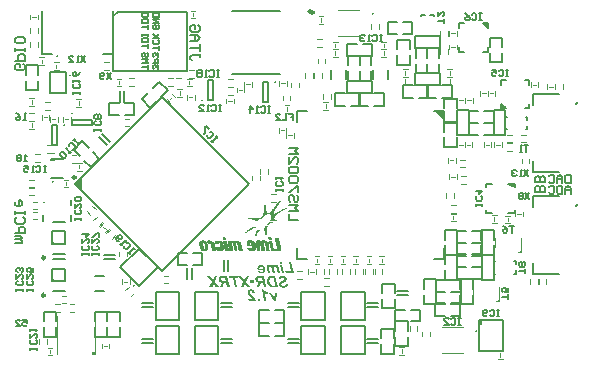
<source format=gbo>
G04*
G04 #@! TF.GenerationSoftware,Altium Limited,Altium Designer,19.1.6 (110)*
G04*
G04 Layer_Color=32896*
%FSLAX44Y44*%
%MOMM*%
G71*
G01*
G75*
%ADD10C,0.2540*%
%ADD12C,0.2000*%
%ADD13C,0.1500*%
%ADD14C,0.2500*%
%ADD15C,0.1000*%
%ADD16C,0.1270*%
%ADD202C,0.0762*%
G36*
X57750Y6750D02*
X55750D01*
Y4750D01*
X57750D01*
Y6750D01*
D02*
G37*
G36*
X22000Y69250D02*
X22000Y66250D01*
X25000Y66250D01*
X22000Y69250D01*
D02*
G37*
G36*
Y101000D02*
X22000Y98000D01*
X25000Y98000D01*
X22000Y101000D01*
D02*
G37*
G36*
X45778Y143850D02*
Y153150D01*
X41128Y148500D01*
X45778Y143850D01*
D02*
G37*
G36*
X385750Y33500D02*
Y29500D01*
X383500D01*
Y33500D01*
X385750D01*
D02*
G37*
G36*
X413375Y146250D02*
Y149000D01*
X408000D01*
X413375Y146250D01*
D02*
G37*
G36*
X353646Y202499D02*
X353645Y210500D01*
X345646Y210499D01*
X353646Y202499D01*
D02*
G37*
G36*
X401750Y216750D02*
Y212750D01*
X405750D01*
X401750Y216750D01*
D02*
G37*
G36*
X390500Y280750D02*
Y284750D01*
X386500D01*
X390500Y280750D01*
D02*
G37*
G36*
X212793Y61000D02*
X209175D01*
X208959Y61009D01*
X208753D01*
X208575Y61019D01*
X208397Y61038D01*
X208247Y61047D01*
X208106Y61056D01*
X207985Y61075D01*
X207872Y61084D01*
X207778Y61094D01*
X207694Y61113D01*
X207628Y61122D01*
X207582Y61131D01*
X207544D01*
X207525Y61141D01*
X207516D01*
X207319Y61197D01*
X207122Y61253D01*
X206944Y61309D01*
X206776Y61375D01*
X206616Y61450D01*
X206466Y61516D01*
X206335Y61581D01*
X206213Y61647D01*
X206101Y61712D01*
X206007Y61769D01*
X205923Y61816D01*
X205857Y61862D01*
X205801Y61900D01*
X205763Y61928D01*
X205745Y61947D01*
X205735Y61956D01*
X205567Y62097D01*
X205417Y62237D01*
X205126Y62547D01*
X204995Y62706D01*
X204864Y62865D01*
X204751Y63025D01*
X204648Y63175D01*
X204564Y63315D01*
X204479Y63446D01*
X204414Y63559D01*
X204348Y63662D01*
X204301Y63746D01*
X204273Y63802D01*
X204254Y63849D01*
X204245Y63859D01*
X204142Y64093D01*
X204048Y64327D01*
X203964Y64562D01*
X203898Y64796D01*
X203842Y65030D01*
X203795Y65265D01*
X203748Y65480D01*
X203720Y65686D01*
X203692Y65883D01*
X203673Y66061D01*
X203664Y66221D01*
X203655Y66352D01*
X203645Y66464D01*
Y66549D01*
Y66596D01*
Y66614D01*
X203655Y66877D01*
X203673Y67130D01*
X203692Y67355D01*
X203720Y67552D01*
X203739Y67636D01*
X203758Y67711D01*
X203767Y67786D01*
X203776Y67842D01*
X203786Y67889D01*
X203795Y67917D01*
X203804Y67936D01*
Y67945D01*
X203870Y68170D01*
X203936Y68367D01*
X204011Y68554D01*
X204076Y68704D01*
X204142Y68836D01*
X204189Y68929D01*
X204207Y68967D01*
X204226Y68995D01*
X204236Y69004D01*
Y69014D01*
X204339Y69182D01*
X204451Y69332D01*
X204564Y69473D01*
X204667Y69585D01*
X204751Y69679D01*
X204826Y69754D01*
X204873Y69792D01*
X204892Y69810D01*
X205042Y69932D01*
X205182Y70035D01*
X205332Y70120D01*
X205464Y70195D01*
X205576Y70251D01*
X205670Y70298D01*
X205726Y70317D01*
X205735Y70326D01*
X205745D01*
X205923Y70392D01*
X206110Y70448D01*
X206288Y70485D01*
X206457Y70523D01*
X206598Y70541D01*
X206663Y70551D01*
X206710Y70560D01*
X206757D01*
X206785Y70570D01*
X206813D01*
X206879Y70579D01*
X206963D01*
X207057Y70588D01*
X207160D01*
X207385Y70598D01*
X207619Y70607D01*
X210787D01*
X212793Y61000D01*
D02*
G37*
G36*
X203092D02*
X201124D01*
X200290Y64984D01*
X199362D01*
X199240Y64974D01*
X199034Y64955D01*
X198874Y64918D01*
X198734Y64890D01*
X198631Y64852D01*
X198565Y64815D01*
X198518Y64796D01*
X198509Y64787D01*
X198425Y64721D01*
X198340Y64646D01*
X198256Y64552D01*
X198181Y64459D01*
X198031Y64252D01*
X197900Y64037D01*
X197787Y63840D01*
X197750Y63756D01*
X197712Y63681D01*
X197675Y63615D01*
X197656Y63568D01*
X197637Y63540D01*
Y63531D01*
X197506Y63221D01*
X197384Y62931D01*
X197272Y62659D01*
X197169Y62406D01*
X197075Y62181D01*
X196991Y61975D01*
X196925Y61787D01*
X196859Y61619D01*
X196803Y61469D01*
X196756Y61347D01*
X196719Y61244D01*
X196691Y61150D01*
X196663Y61084D01*
X196644Y61038D01*
X196635Y61009D01*
Y61000D01*
X194507D01*
X194657Y61375D01*
X194807Y61722D01*
X194947Y62059D01*
X195079Y62359D01*
X195210Y62650D01*
X195332Y62912D01*
X195444Y63147D01*
X195557Y63362D01*
X195650Y63549D01*
X195735Y63718D01*
X195810Y63859D01*
X195875Y63971D01*
X195922Y64065D01*
X195960Y64121D01*
X195978Y64168D01*
X195988Y64177D01*
X196110Y64374D01*
X196241Y64552D01*
X196353Y64712D01*
X196466Y64843D01*
X196560Y64937D01*
X196635Y65012D01*
X196681Y65058D01*
X196700Y65077D01*
X196428Y65124D01*
X196175Y65171D01*
X195941Y65237D01*
X195725Y65311D01*
X195529Y65387D01*
X195341Y65471D01*
X195182Y65555D01*
X195032Y65640D01*
X194900Y65724D01*
X194788Y65799D01*
X194694Y65874D01*
X194619Y65930D01*
X194554Y65986D01*
X194516Y66024D01*
X194488Y66052D01*
X194479Y66061D01*
X194348Y66211D01*
X194235Y66380D01*
X194132Y66549D01*
X194048Y66717D01*
X193982Y66886D01*
X193916Y67055D01*
X193870Y67214D01*
X193832Y67373D01*
X193804Y67523D01*
X193776Y67655D01*
X193757Y67776D01*
X193748Y67880D01*
X193738Y67964D01*
Y68030D01*
Y68076D01*
Y68086D01*
X193757Y68395D01*
X193795Y68676D01*
X193860Y68929D01*
X193898Y69042D01*
X193926Y69145D01*
X193963Y69229D01*
X194001Y69314D01*
X194029Y69379D01*
X194066Y69445D01*
X194085Y69492D01*
X194104Y69520D01*
X194123Y69539D01*
Y69548D01*
X194273Y69754D01*
X194432Y69932D01*
X194601Y70073D01*
X194760Y70185D01*
X194900Y70270D01*
X194957Y70307D01*
X195013Y70326D01*
X195060Y70345D01*
X195088Y70363D01*
X195107Y70373D01*
X195116D01*
X195238Y70410D01*
X195360Y70448D01*
X195641Y70504D01*
X195922Y70551D01*
X196194Y70579D01*
X196325Y70588D01*
X196447Y70598D01*
X196550D01*
X196644Y70607D01*
X201087D01*
X203092Y61000D01*
D02*
G37*
G36*
X217198Y70766D02*
X217479Y70738D01*
X217751Y70701D01*
X217995Y70654D01*
X218220Y70588D01*
X218426Y70523D01*
X218623Y70448D01*
X218791Y70373D01*
X218941Y70298D01*
X219072Y70223D01*
X219185Y70157D01*
X219279Y70092D01*
X219344Y70045D01*
X219401Y70007D01*
X219429Y69979D01*
X219438Y69970D01*
X219588Y69820D01*
X219729Y69651D01*
X219841Y69492D01*
X219944Y69323D01*
X220028Y69154D01*
X220094Y68986D01*
X220150Y68817D01*
X220197Y68667D01*
X220235Y68517D01*
X220263Y68386D01*
X220282Y68264D01*
X220300Y68161D01*
Y68076D01*
X220310Y68011D01*
Y67973D01*
Y67955D01*
X220300Y67702D01*
X220263Y67477D01*
X220216Y67270D01*
X220160Y67092D01*
X220113Y66942D01*
X220085Y66886D01*
X220066Y66839D01*
X220047Y66802D01*
X220028Y66774D01*
X220019Y66755D01*
Y66746D01*
X219897Y66558D01*
X219766Y66399D01*
X219635Y66249D01*
X219504Y66127D01*
X219391Y66033D01*
X219297Y65958D01*
X219260Y65939D01*
X219232Y65921D01*
X219222Y65902D01*
X219213D01*
X219110Y65836D01*
X218997Y65780D01*
X218744Y65640D01*
X218473Y65508D01*
X218201Y65377D01*
X218079Y65321D01*
X217966Y65265D01*
X217854Y65218D01*
X217760Y65180D01*
X217685Y65143D01*
X217629Y65115D01*
X217592Y65105D01*
X217582Y65096D01*
X217385Y65012D01*
X217198Y64927D01*
X217039Y64852D01*
X216889Y64777D01*
X216767Y64721D01*
X216654Y64655D01*
X216551Y64609D01*
X216467Y64562D01*
X216401Y64524D01*
X216345Y64487D01*
X216298Y64459D01*
X216261Y64430D01*
X216233Y64412D01*
X216214Y64402D01*
X216204Y64393D01*
X216083Y64281D01*
X215998Y64159D01*
X215933Y64037D01*
X215895Y63924D01*
X215867Y63821D01*
X215858Y63746D01*
X215848Y63690D01*
Y63681D01*
Y63671D01*
Y63578D01*
X215867Y63493D01*
X215914Y63334D01*
X215989Y63193D01*
X216064Y63071D01*
X216148Y62968D01*
X216223Y62903D01*
X216270Y62856D01*
X216280Y62837D01*
X216289D01*
X216373Y62781D01*
X216476Y62725D01*
X216692Y62640D01*
X216917Y62575D01*
X217151Y62537D01*
X217254Y62519D01*
X217357Y62509D01*
X217451Y62500D01*
X217526D01*
X217592Y62490D01*
X217685D01*
X217892Y62500D01*
X218088Y62509D01*
X218266Y62537D01*
X218426Y62565D01*
X218576Y62612D01*
X218707Y62650D01*
X218819Y62697D01*
X218923Y62743D01*
X219016Y62790D01*
X219091Y62837D01*
X219147Y62884D01*
X219204Y62922D01*
X219241Y62950D01*
X219269Y62978D01*
X219279Y62987D01*
X219288Y62997D01*
X219335Y63062D01*
X219372Y63137D01*
X219447Y63324D01*
X219494Y63521D01*
X219532Y63728D01*
X219560Y63915D01*
X219569Y63999D01*
X219579Y64074D01*
Y64131D01*
X219588Y64177D01*
Y64206D01*
Y64215D01*
X221472Y64112D01*
X221462Y63765D01*
X221434Y63437D01*
X221406Y63287D01*
X221378Y63147D01*
X221350Y63015D01*
X221313Y62893D01*
X221284Y62790D01*
X221247Y62687D01*
X221219Y62603D01*
X221191Y62537D01*
X221172Y62481D01*
X221153Y62443D01*
X221134Y62415D01*
Y62406D01*
X221059Y62275D01*
X220975Y62144D01*
X220778Y61909D01*
X220563Y61712D01*
X220347Y61553D01*
X220160Y61422D01*
X220075Y61375D01*
X220000Y61328D01*
X219935Y61300D01*
X219888Y61272D01*
X219860Y61263D01*
X219850Y61253D01*
X219672Y61178D01*
X219494Y61122D01*
X219129Y61019D01*
X218773Y60944D01*
X218604Y60916D01*
X218435Y60897D01*
X218285Y60878D01*
X218145Y60859D01*
X218023Y60850D01*
X217910D01*
X217826Y60841D01*
X217704D01*
X217376Y60850D01*
X217067Y60878D01*
X216786Y60925D01*
X216514Y60981D01*
X216261Y61047D01*
X216036Y61122D01*
X215820Y61206D01*
X215633Y61291D01*
X215464Y61375D01*
X215323Y61459D01*
X215202Y61534D01*
X215098Y61600D01*
X215014Y61656D01*
X214958Y61703D01*
X214920Y61731D01*
X214911Y61741D01*
X214733Y61909D01*
X214574Y62097D01*
X214442Y62275D01*
X214330Y62462D01*
X214227Y62640D01*
X214142Y62818D01*
X214077Y62997D01*
X214021Y63165D01*
X213983Y63315D01*
X213955Y63456D01*
X213927Y63587D01*
X213918Y63690D01*
X213908Y63784D01*
X213899Y63849D01*
Y63887D01*
Y63906D01*
X213908Y64093D01*
X213927Y64271D01*
X213964Y64440D01*
X214002Y64609D01*
X214058Y64759D01*
X214114Y64890D01*
X214171Y65021D01*
X214236Y65133D01*
X214302Y65237D01*
X214358Y65330D01*
X214414Y65405D01*
X214471Y65471D01*
X214508Y65527D01*
X214545Y65565D01*
X214564Y65583D01*
X214574Y65593D01*
X214677Y65677D01*
X214799Y65771D01*
X214939Y65865D01*
X215098Y65968D01*
X215267Y66061D01*
X215445Y66155D01*
X215801Y66343D01*
X215979Y66427D01*
X216139Y66502D01*
X216289Y66577D01*
X216429Y66633D01*
X216532Y66689D01*
X216617Y66727D01*
X216673Y66746D01*
X216682Y66755D01*
X216692D01*
X216889Y66839D01*
X217067Y66924D01*
X217226Y66999D01*
X217376Y67074D01*
X217507Y67139D01*
X217620Y67205D01*
X217723Y67261D01*
X217807Y67308D01*
X217882Y67355D01*
X217948Y67392D01*
X218004Y67430D01*
X218041Y67458D01*
X218070Y67477D01*
X218088Y67495D01*
X218107Y67505D01*
X218210Y67608D01*
X218295Y67730D01*
X218351Y67842D01*
X218388Y67945D01*
X218407Y68048D01*
X218416Y68123D01*
X218426Y68170D01*
Y68189D01*
X218407Y68348D01*
X218370Y68489D01*
X218313Y68611D01*
X218248Y68723D01*
X218192Y68808D01*
X218135Y68864D01*
X218098Y68911D01*
X218079Y68920D01*
X218004Y68967D01*
X217929Y69014D01*
X217751Y69089D01*
X217554Y69135D01*
X217367Y69173D01*
X217189Y69192D01*
X217114Y69201D01*
X217039Y69211D01*
X216758D01*
X216617Y69192D01*
X216486Y69173D01*
X216354Y69154D01*
X216242Y69126D01*
X216139Y69089D01*
X216054Y69061D01*
X215970Y69023D01*
X215895Y68986D01*
X215830Y68958D01*
X215773Y68920D01*
X215727Y68892D01*
X215698Y68873D01*
X215670Y68854D01*
X215651Y68836D01*
X215501Y68686D01*
X215389Y68517D01*
X215305Y68339D01*
X215239Y68170D01*
X215192Y68020D01*
X215173Y67955D01*
X215164Y67898D01*
X215155Y67852D01*
X215145Y67814D01*
Y67795D01*
Y67786D01*
X213252Y67870D01*
X213280Y68114D01*
X213327Y68339D01*
X213383Y68554D01*
X213449Y68751D01*
X213533Y68939D01*
X213618Y69117D01*
X213702Y69276D01*
X213796Y69417D01*
X213889Y69548D01*
X213974Y69660D01*
X214058Y69754D01*
X214124Y69839D01*
X214189Y69895D01*
X214236Y69942D01*
X214264Y69970D01*
X214274Y69979D01*
X214452Y70120D01*
X214649Y70241D01*
X214864Y70345D01*
X215070Y70438D01*
X215295Y70513D01*
X215511Y70579D01*
X215727Y70635D01*
X215933Y70673D01*
X216129Y70710D01*
X216308Y70738D01*
X216476Y70748D01*
X216617Y70766D01*
X216739D01*
X216823Y70776D01*
X216898D01*
X217198Y70766D01*
D02*
G37*
G36*
X216465Y80911D02*
X214590D01*
X214234Y82607D01*
X216118D01*
X216465Y80911D01*
D02*
G37*
G36*
X209417Y80114D02*
X209623Y80076D01*
X209829Y80029D01*
X210026Y79964D01*
X210213Y79889D01*
X210392Y79805D01*
X210560Y79711D01*
X210720Y79617D01*
X210870Y79523D01*
X210991Y79430D01*
X211113Y79345D01*
X211207Y79270D01*
X211282Y79205D01*
X211338Y79158D01*
X211376Y79120D01*
X211385Y79111D01*
X211216Y79964D01*
X212978D01*
X214431Y73000D01*
X212557D01*
X211891Y76196D01*
X211863Y76346D01*
X211826Y76477D01*
X211797Y76609D01*
X211779Y76712D01*
X211751Y76815D01*
X211732Y76899D01*
X211713Y76974D01*
X211694Y77040D01*
X211675Y77096D01*
X211666Y77143D01*
X211647Y77218D01*
X211629Y77255D01*
Y77265D01*
X211563Y77443D01*
X211488Y77611D01*
X211413Y77752D01*
X211348Y77864D01*
X211291Y77958D01*
X211244Y78033D01*
X211216Y78071D01*
X211207Y78089D01*
X211113Y78202D01*
X211010Y78305D01*
X210916Y78389D01*
X210832Y78464D01*
X210748Y78520D01*
X210691Y78558D01*
X210654Y78586D01*
X210635Y78595D01*
X210513Y78661D01*
X210401Y78708D01*
X210288Y78736D01*
X210195Y78764D01*
X210110Y78774D01*
X210054Y78783D01*
X209998D01*
X209885Y78774D01*
X209782Y78755D01*
X209689Y78727D01*
X209614Y78699D01*
X209557Y78661D01*
X209520Y78633D01*
X209492Y78614D01*
X209482Y78605D01*
X209417Y78530D01*
X209370Y78455D01*
X209342Y78380D01*
X209314Y78305D01*
X209304Y78249D01*
X209295Y78193D01*
Y78155D01*
Y78146D01*
Y78099D01*
X209304Y78042D01*
X209314Y77911D01*
X209342Y77752D01*
X209370Y77593D01*
X209398Y77452D01*
X209407Y77386D01*
X209417Y77321D01*
X209426Y77274D01*
X209436Y77236D01*
X209445Y77218D01*
Y77208D01*
X210317Y73000D01*
X208442D01*
X207786Y76149D01*
X207730Y76393D01*
X207673Y76618D01*
X207617Y76824D01*
X207561Y77021D01*
X207505Y77190D01*
X207439Y77340D01*
X207383Y77480D01*
X207336Y77602D01*
X207280Y77705D01*
X207233Y77799D01*
X207195Y77874D01*
X207158Y77930D01*
X207130Y77977D01*
X207111Y78005D01*
X207092Y78024D01*
Y78033D01*
X206989Y78164D01*
X206877Y78277D01*
X206774Y78380D01*
X206661Y78464D01*
X206558Y78539D01*
X206455Y78605D01*
X206352Y78652D01*
X206258Y78689D01*
X206089Y78745D01*
X206014Y78764D01*
X205958Y78774D01*
X205902Y78783D01*
X205836D01*
X205715Y78774D01*
X205602Y78755D01*
X205518Y78727D01*
X205443Y78699D01*
X205387Y78661D01*
X205340Y78633D01*
X205321Y78614D01*
X205312Y78605D01*
X205255Y78539D01*
X205208Y78464D01*
X205180Y78389D01*
X205152Y78314D01*
X205143Y78249D01*
X205133Y78193D01*
Y78155D01*
Y78146D01*
Y78117D01*
X205143Y78080D01*
X205152Y78024D01*
X205162Y77958D01*
X205190Y77818D01*
X205218Y77658D01*
X205246Y77508D01*
X205265Y77433D01*
X205274Y77368D01*
X205283Y77321D01*
X205293Y77283D01*
X205302Y77255D01*
Y77246D01*
X206202Y73000D01*
X204327D01*
X203418Y77246D01*
X203381Y77405D01*
X203353Y77555D01*
X203334Y77686D01*
X203306Y77808D01*
X203287Y77921D01*
X203278Y78024D01*
X203259Y78117D01*
X203250Y78193D01*
X203240Y78267D01*
X203231Y78324D01*
Y78371D01*
X203221Y78417D01*
Y78464D01*
Y78483D01*
X203231Y78614D01*
X203240Y78745D01*
X203296Y78980D01*
X203371Y79186D01*
X203456Y79355D01*
X203540Y79495D01*
X203578Y79542D01*
X203615Y79589D01*
X203643Y79626D01*
X203671Y79655D01*
X203681Y79664D01*
X203690Y79673D01*
X203784Y79748D01*
X203878Y79823D01*
X204093Y79936D01*
X204309Y80011D01*
X204515Y80067D01*
X204702Y80105D01*
X204787Y80114D01*
X204852D01*
X204909Y80123D01*
X204993D01*
X205265Y80105D01*
X205518Y80067D01*
X205761Y80011D01*
X205968Y79945D01*
X206061Y79908D01*
X206146Y79880D01*
X206221Y79851D01*
X206277Y79823D01*
X206333Y79805D01*
X206371Y79786D01*
X206389Y79767D01*
X206399D01*
X206633Y79626D01*
X206849Y79476D01*
X207027Y79336D01*
X207167Y79195D01*
X207289Y79074D01*
X207374Y78970D01*
X207402Y78933D01*
X207420Y78914D01*
X207439Y78895D01*
Y78886D01*
X207495Y79092D01*
X207580Y79270D01*
X207664Y79430D01*
X207758Y79561D01*
X207852Y79664D01*
X207927Y79739D01*
X207973Y79777D01*
X207983Y79795D01*
X207992D01*
X208161Y79908D01*
X208358Y79983D01*
X208564Y80039D01*
X208751Y80086D01*
X208929Y80105D01*
X209004Y80114D01*
X209070D01*
X209126Y80123D01*
X209201D01*
X209417Y80114D01*
D02*
G37*
G36*
X198704Y80105D02*
X199051Y80058D01*
X199369Y79983D01*
X199669Y79889D01*
X199941Y79777D01*
X200194Y79645D01*
X200428Y79514D01*
X200635Y79373D01*
X200813Y79233D01*
X200972Y79092D01*
X201113Y78961D01*
X201225Y78849D01*
X201310Y78755D01*
X201375Y78680D01*
X201413Y78633D01*
X201422Y78614D01*
X201562Y78399D01*
X201684Y78183D01*
X201787Y77968D01*
X201881Y77743D01*
X201956Y77527D01*
X202012Y77321D01*
X202069Y77115D01*
X202106Y76927D01*
X202144Y76749D01*
X202172Y76580D01*
X202181Y76440D01*
X202200Y76318D01*
Y76215D01*
X202209Y76140D01*
Y76093D01*
Y76074D01*
X202200Y75812D01*
X202172Y75549D01*
X202125Y75315D01*
X202069Y75090D01*
X202003Y74884D01*
X201937Y74687D01*
X201853Y74509D01*
X201769Y74350D01*
X201694Y74209D01*
X201609Y74078D01*
X201544Y73975D01*
X201469Y73881D01*
X201422Y73815D01*
X201375Y73759D01*
X201347Y73731D01*
X201338Y73722D01*
X201169Y73562D01*
X200981Y73431D01*
X200803Y73309D01*
X200606Y73216D01*
X200419Y73131D01*
X200222Y73056D01*
X200044Y73000D01*
X199866Y72953D01*
X199697Y72916D01*
X199538Y72888D01*
X199407Y72869D01*
X199285Y72860D01*
X199182Y72850D01*
X199116Y72841D01*
X199051D01*
X198863Y72850D01*
X198676Y72860D01*
X198329Y72916D01*
X198170Y72963D01*
X198020Y73000D01*
X197879Y73047D01*
X197748Y73094D01*
X197626Y73141D01*
X197523Y73187D01*
X197429Y73234D01*
X197345Y73272D01*
X197289Y73300D01*
X197242Y73328D01*
X197214Y73337D01*
X197204Y73347D01*
X197054Y73450D01*
X196914Y73553D01*
X196651Y73797D01*
X196426Y74050D01*
X196323Y74172D01*
X196229Y74293D01*
X196154Y74415D01*
X196080Y74518D01*
X196023Y74612D01*
X195976Y74696D01*
X195930Y74771D01*
X195902Y74818D01*
X195892Y74856D01*
X195883Y74865D01*
X197570Y75146D01*
X197673Y74978D01*
X197785Y74828D01*
X197898Y74696D01*
X198020Y74584D01*
X198141Y74500D01*
X198263Y74415D01*
X198385Y74350D01*
X198498Y74303D01*
X198610Y74265D01*
X198713Y74228D01*
X198807Y74209D01*
X198882Y74200D01*
X198948Y74190D01*
X199004Y74181D01*
X199041D01*
X199144Y74190D01*
X199247Y74200D01*
X199426Y74247D01*
X199594Y74312D01*
X199735Y74397D01*
X199847Y74472D01*
X199932Y74537D01*
X199988Y74584D01*
X199997Y74603D01*
X200007D01*
X200138Y74771D01*
X200232Y74959D01*
X200307Y75137D01*
X200353Y75315D01*
X200382Y75474D01*
X200391Y75540D01*
Y75606D01*
X200400Y75652D01*
Y75690D01*
Y75709D01*
Y75718D01*
Y75774D01*
X200391Y75831D01*
Y75877D01*
Y75896D01*
X195676D01*
X195630Y76102D01*
X195602Y76318D01*
X195573Y76524D01*
X195564Y76712D01*
X195555Y76871D01*
X195545Y76946D01*
Y77002D01*
Y77049D01*
Y77087D01*
Y77105D01*
Y77115D01*
X195555Y77377D01*
X195573Y77621D01*
X195611Y77846D01*
X195667Y78061D01*
X195723Y78258D01*
X195789Y78446D01*
X195855Y78605D01*
X195920Y78755D01*
X195995Y78886D01*
X196061Y78998D01*
X196126Y79102D01*
X196183Y79186D01*
X196229Y79242D01*
X196267Y79289D01*
X196295Y79317D01*
X196304Y79327D01*
X196454Y79467D01*
X196604Y79589D01*
X196773Y79692D01*
X196942Y79786D01*
X197111Y79861D01*
X197279Y79926D01*
X197439Y79983D01*
X197598Y80020D01*
X197757Y80058D01*
X197889Y80086D01*
X198020Y80095D01*
X198123Y80114D01*
X198216D01*
X198282Y80123D01*
X198338D01*
X198704Y80105D01*
D02*
G37*
G36*
X226250Y73000D02*
X219380D01*
X219042Y74603D01*
X223944D01*
X222276Y82607D01*
X224244D01*
X226250Y73000D01*
D02*
G37*
G36*
X218114D02*
X216240D01*
X214787Y79964D01*
X216662D01*
X218114Y73000D01*
D02*
G37*
G36*
X190296Y59394D02*
X190512Y59376D01*
X190718Y59338D01*
X190906Y59291D01*
X191093Y59235D01*
X191262Y59179D01*
X191412Y59113D01*
X191552Y59048D01*
X191684Y58982D01*
X191796Y58916D01*
X191890Y58860D01*
X191965Y58804D01*
X192030Y58757D01*
X192077Y58720D01*
X192105Y58701D01*
X192115Y58691D01*
X192265Y58551D01*
X192396Y58401D01*
X192508Y58242D01*
X192621Y58073D01*
X192715Y57904D01*
X192799Y57735D01*
X192874Y57567D01*
X192939Y57407D01*
X192986Y57248D01*
X193033Y57107D01*
X193071Y56976D01*
X193099Y56864D01*
X193118Y56779D01*
X193136Y56704D01*
X193146Y56667D01*
Y56648D01*
X191309Y56376D01*
X191271Y56536D01*
X191243Y56686D01*
X191196Y56817D01*
X191159Y56939D01*
X191121Y57051D01*
X191074Y57145D01*
X191037Y57239D01*
X190999Y57314D01*
X190962Y57389D01*
X190924Y57445D01*
X190896Y57492D01*
X190868Y57529D01*
X190831Y57576D01*
X190812Y57595D01*
X190681Y57707D01*
X190549Y57792D01*
X190418Y57848D01*
X190287Y57895D01*
X190184Y57913D01*
X190100Y57923D01*
X190043Y57932D01*
X190025D01*
X189865Y57923D01*
X189725Y57885D01*
X189603Y57839D01*
X189500Y57782D01*
X189415Y57717D01*
X189350Y57670D01*
X189312Y57632D01*
X189303Y57623D01*
X189209Y57501D01*
X189134Y57370D01*
X189087Y57239D01*
X189050Y57117D01*
X189031Y57004D01*
X189012Y56920D01*
Y56883D01*
Y56854D01*
Y56845D01*
Y56836D01*
X189022Y56723D01*
X189040Y56601D01*
X189069Y56489D01*
X189097Y56386D01*
X189134Y56292D01*
X189162Y56226D01*
X189181Y56179D01*
X189190Y56161D01*
X189265Y56020D01*
X189359Y55861D01*
X189462Y55720D01*
X189565Y55580D01*
X189668Y55458D01*
X189743Y55364D01*
X189771Y55327D01*
X189800Y55299D01*
X189809Y55289D01*
X189818Y55280D01*
X189875Y55223D01*
X189940Y55149D01*
X190025Y55064D01*
X190118Y54970D01*
X190315Y54774D01*
X190521Y54567D01*
X190718Y54371D01*
X190802Y54286D01*
X190877Y54211D01*
X190943Y54146D01*
X190990Y54099D01*
X191027Y54071D01*
X191037Y54061D01*
X191271Y53836D01*
X191487Y53630D01*
X191684Y53443D01*
X191862Y53265D01*
X192021Y53105D01*
X192171Y52955D01*
X192302Y52824D01*
X192415Y52712D01*
X192508Y52609D01*
X192593Y52524D01*
X192668Y52449D01*
X192724Y52384D01*
X192761Y52337D01*
X192789Y52309D01*
X192808Y52290D01*
X192818Y52281D01*
X192996Y52074D01*
X193146Y51868D01*
X193286Y51662D01*
X193408Y51484D01*
X193502Y51325D01*
X193539Y51259D01*
X193577Y51203D01*
X193596Y51156D01*
X193614Y51118D01*
X193633Y51100D01*
Y51090D01*
X193745Y50847D01*
X193830Y50612D01*
X193905Y50387D01*
X193952Y50181D01*
X193970Y50087D01*
X193989Y50003D01*
X194008Y49937D01*
X194017Y49872D01*
X194027Y49816D01*
X194036Y49778D01*
Y49759D01*
Y49750D01*
X188206D01*
X187850Y51465D01*
X191168D01*
X190981Y51699D01*
X190887Y51812D01*
X190802Y51906D01*
X190737Y51981D01*
X190681Y52037D01*
X190643Y52084D01*
X190634Y52093D01*
X190568Y52159D01*
X190503Y52224D01*
X190334Y52393D01*
X190137Y52580D01*
X189940Y52768D01*
X189762Y52937D01*
X189678Y53012D01*
X189612Y53077D01*
X189556Y53133D01*
X189509Y53171D01*
X189481Y53199D01*
X189472Y53208D01*
X189312Y53358D01*
X189162Y53499D01*
X189031Y53630D01*
X188900Y53752D01*
X188787Y53864D01*
X188684Y53968D01*
X188591Y54061D01*
X188506Y54146D01*
X188441Y54221D01*
X188375Y54286D01*
X188319Y54342D01*
X188281Y54389D01*
X188244Y54427D01*
X188225Y54455D01*
X188206Y54464D01*
Y54474D01*
X188019Y54708D01*
X187859Y54924D01*
X187728Y55130D01*
X187625Y55308D01*
X187541Y55458D01*
X187513Y55524D01*
X187485Y55570D01*
X187466Y55617D01*
X187447Y55645D01*
X187438Y55664D01*
Y55673D01*
X187353Y55889D01*
X187297Y56095D01*
X187250Y56292D01*
X187222Y56461D01*
X187203Y56611D01*
Y56667D01*
X187194Y56723D01*
Y56761D01*
Y56789D01*
Y56807D01*
Y56817D01*
X187203Y57023D01*
X187222Y57220D01*
X187269Y57407D01*
X187316Y57585D01*
X187372Y57745D01*
X187438Y57895D01*
X187503Y58035D01*
X187578Y58166D01*
X187653Y58279D01*
X187719Y58382D01*
X187785Y58467D01*
X187841Y58541D01*
X187888Y58598D01*
X187925Y58635D01*
X187953Y58663D01*
X187963Y58673D01*
X188113Y58804D01*
X188272Y58916D01*
X188441Y59010D01*
X188619Y59094D01*
X188787Y59169D01*
X188965Y59226D01*
X189144Y59272D01*
X189303Y59310D01*
X189462Y59338D01*
X189603Y59366D01*
X189734Y59385D01*
X189846Y59394D01*
X189940Y59404D01*
X190071D01*
X190296Y59394D01*
D02*
G37*
G36*
X200597Y59151D02*
X200878Y58898D01*
X201178Y58663D01*
X201487Y58429D01*
X201796Y58213D01*
X202106Y58007D01*
X202415Y57820D01*
X202715Y57642D01*
X202996Y57492D01*
X203259Y57351D01*
X203493Y57229D01*
X203690Y57126D01*
X203783Y57079D01*
X203859Y57042D01*
X203924Y57014D01*
X203990Y56986D01*
X204027Y56967D01*
X204065Y56948D01*
X204083Y56939D01*
X204093D01*
X204449Y55261D01*
X204215Y55317D01*
X203980Y55383D01*
X203755Y55458D01*
X203540Y55524D01*
X203446Y55561D01*
X203352Y55598D01*
X203277Y55627D01*
X203212Y55655D01*
X203156Y55673D01*
X203118Y55692D01*
X203090Y55701D01*
X203081D01*
X202799Y55823D01*
X202546Y55945D01*
X202312Y56058D01*
X202115Y56170D01*
X202022Y56217D01*
X201947Y56264D01*
X201881Y56301D01*
X201825Y56329D01*
X201778Y56358D01*
X201750Y56376D01*
X201731Y56395D01*
X201722D01*
X203109Y49750D01*
X201215D01*
X199200Y59413D01*
X200334D01*
X200597Y59151D01*
D02*
G37*
G36*
X211113Y49750D02*
X209492D01*
X205208Y56714D01*
X207242D01*
X208976Y53771D01*
X208995Y53733D01*
X209023Y53686D01*
X209051Y53630D01*
X209088Y53565D01*
X209163Y53415D01*
X209248Y53265D01*
X209332Y53115D01*
X209370Y53049D01*
X209398Y52993D01*
X209426Y52937D01*
X209445Y52899D01*
X209454Y52880D01*
X209463Y52871D01*
X209529Y52740D01*
X209595Y52627D01*
X209651Y52524D01*
X209698Y52431D01*
X209744Y52355D01*
X209782Y52290D01*
X209810Y52224D01*
X209838Y52177D01*
X209885Y52112D01*
X209904Y52065D01*
X209923Y52046D01*
Y52037D01*
X209932Y52121D01*
X209951Y52224D01*
X209960Y52337D01*
X209979Y52459D01*
X210016Y52730D01*
X210063Y53002D01*
X210082Y53133D01*
X210101Y53255D01*
X210119Y53368D01*
X210138Y53471D01*
X210147Y53555D01*
X210157Y53611D01*
X210166Y53658D01*
Y53668D01*
X210654Y56714D01*
X212500D01*
X211113Y49750D01*
D02*
G37*
G36*
X198001D02*
X196136D01*
X195751Y51568D01*
X197616D01*
X198001Y49750D01*
D02*
G37*
G36*
X186014Y65836D02*
X190250Y61000D01*
X187691D01*
X186379Y62443D01*
X186192Y62650D01*
X186023Y62846D01*
X185873Y63025D01*
X185742Y63175D01*
X185620Y63315D01*
X185517Y63446D01*
X185423Y63559D01*
X185339Y63653D01*
X185273Y63737D01*
X185217Y63802D01*
X185179Y63859D01*
X185142Y63906D01*
X185114Y63943D01*
X185095Y63962D01*
X185086Y63981D01*
X185048Y63887D01*
X185001Y63774D01*
X184945Y63653D01*
X184889Y63531D01*
X184767Y63268D01*
X184636Y63006D01*
X184570Y62884D01*
X184514Y62772D01*
X184467Y62668D01*
X184420Y62575D01*
X184383Y62500D01*
X184355Y62443D01*
X184336Y62406D01*
X184326Y62397D01*
X183586Y61000D01*
X181355D01*
X183717Y65555D01*
X179321Y70607D01*
X181833D01*
X183333Y68929D01*
X183539Y68695D01*
X183764Y68433D01*
X183989Y68170D01*
X184195Y67927D01*
X184298Y67814D01*
X184383Y67711D01*
X184467Y67617D01*
X184533Y67533D01*
X184589Y67467D01*
X184626Y67420D01*
X184655Y67383D01*
X184664Y67373D01*
X184692Y67439D01*
X184720Y67495D01*
X184739Y67533D01*
X184748Y67542D01*
X184851Y67758D01*
X184945Y67945D01*
X185029Y68114D01*
X185104Y68254D01*
X185161Y68376D01*
X185217Y68489D01*
X185264Y68573D01*
X185292Y68648D01*
X185329Y68704D01*
X185348Y68751D01*
X185367Y68789D01*
X185376Y68808D01*
X185395Y68836D01*
Y68845D01*
X186342Y70607D01*
X188394D01*
X186014Y65836D01*
D02*
G37*
G36*
X159170D02*
X163407Y61000D01*
X160848D01*
X159536Y62443D01*
X159348Y62650D01*
X159180Y62846D01*
X159030Y63025D01*
X158899Y63175D01*
X158777Y63315D01*
X158674Y63446D01*
X158580Y63559D01*
X158496Y63653D01*
X158430Y63737D01*
X158374Y63802D01*
X158336Y63859D01*
X158299Y63906D01*
X158271Y63943D01*
X158252Y63962D01*
X158243Y63981D01*
X158205Y63887D01*
X158158Y63774D01*
X158102Y63653D01*
X158046Y63531D01*
X157924Y63268D01*
X157793Y63006D01*
X157727Y62884D01*
X157671Y62772D01*
X157624Y62668D01*
X157577Y62575D01*
X157540Y62500D01*
X157512Y62443D01*
X157493Y62406D01*
X157483Y62397D01*
X156743Y61000D01*
X154512D01*
X156874Y65555D01*
X152478Y70607D01*
X154990D01*
X156490Y68929D01*
X156696Y68695D01*
X156921Y68433D01*
X157146Y68170D01*
X157352Y67927D01*
X157455Y67814D01*
X157540Y67711D01*
X157624Y67617D01*
X157690Y67533D01*
X157746Y67467D01*
X157783Y67420D01*
X157811Y67383D01*
X157821Y67373D01*
X157849Y67439D01*
X157877Y67495D01*
X157896Y67533D01*
X157905Y67542D01*
X158008Y67758D01*
X158102Y67945D01*
X158186Y68114D01*
X158261Y68254D01*
X158317Y68376D01*
X158374Y68489D01*
X158421Y68573D01*
X158449Y68648D01*
X158486Y68704D01*
X158505Y68751D01*
X158524Y68789D01*
X158533Y68808D01*
X158552Y68836D01*
Y68845D01*
X159499Y70607D01*
X161551D01*
X159170Y65836D01*
D02*
G37*
G36*
X179275Y69004D02*
X176472D01*
X178141Y61000D01*
X176172D01*
X174504Y69004D01*
X171702D01*
X171364Y70607D01*
X178937D01*
X179275Y69004D01*
D02*
G37*
G36*
X172095Y61000D02*
X170127D01*
X169293Y64984D01*
X168365D01*
X168243Y64974D01*
X168037Y64955D01*
X167878Y64918D01*
X167737Y64890D01*
X167634Y64852D01*
X167568Y64815D01*
X167521Y64796D01*
X167512Y64787D01*
X167428Y64721D01*
X167343Y64646D01*
X167259Y64552D01*
X167184Y64459D01*
X167034Y64252D01*
X166903Y64037D01*
X166790Y63840D01*
X166753Y63756D01*
X166715Y63681D01*
X166678Y63615D01*
X166659Y63568D01*
X166640Y63540D01*
Y63531D01*
X166509Y63221D01*
X166387Y62931D01*
X166275Y62659D01*
X166172Y62406D01*
X166078Y62181D01*
X165994Y61975D01*
X165928Y61787D01*
X165863Y61619D01*
X165806Y61469D01*
X165759Y61347D01*
X165722Y61244D01*
X165694Y61150D01*
X165666Y61084D01*
X165647Y61038D01*
X165637Y61009D01*
Y61000D01*
X163510D01*
X163660Y61375D01*
X163810Y61722D01*
X163951Y62059D01*
X164082Y62359D01*
X164213Y62650D01*
X164335Y62912D01*
X164447Y63146D01*
X164560Y63362D01*
X164653Y63549D01*
X164738Y63718D01*
X164813Y63859D01*
X164878Y63971D01*
X164925Y64065D01*
X164963Y64121D01*
X164981Y64168D01*
X164991Y64177D01*
X165113Y64374D01*
X165244Y64552D01*
X165356Y64712D01*
X165469Y64843D01*
X165563Y64937D01*
X165637Y65012D01*
X165684Y65058D01*
X165703Y65077D01*
X165431Y65124D01*
X165178Y65171D01*
X164944Y65237D01*
X164728Y65311D01*
X164532Y65387D01*
X164344Y65471D01*
X164185Y65555D01*
X164035Y65640D01*
X163904Y65724D01*
X163791Y65799D01*
X163697Y65874D01*
X163622Y65930D01*
X163557Y65986D01*
X163519Y66024D01*
X163491Y66052D01*
X163482Y66061D01*
X163351Y66211D01*
X163238Y66380D01*
X163135Y66549D01*
X163051Y66717D01*
X162985Y66886D01*
X162920Y67055D01*
X162873Y67214D01*
X162835Y67373D01*
X162807Y67523D01*
X162779Y67655D01*
X162760Y67776D01*
X162751Y67880D01*
X162741Y67964D01*
Y68030D01*
Y68076D01*
Y68086D01*
X162760Y68395D01*
X162798Y68676D01*
X162863Y68929D01*
X162901Y69042D01*
X162929Y69145D01*
X162966Y69229D01*
X163004Y69314D01*
X163032Y69379D01*
X163069Y69445D01*
X163088Y69492D01*
X163107Y69520D01*
X163126Y69538D01*
Y69548D01*
X163276Y69754D01*
X163435Y69932D01*
X163604Y70073D01*
X163763Y70185D01*
X163904Y70270D01*
X163960Y70307D01*
X164016Y70326D01*
X164063Y70345D01*
X164091Y70363D01*
X164110Y70373D01*
X164119D01*
X164241Y70410D01*
X164363Y70448D01*
X164644Y70504D01*
X164925Y70551D01*
X165197Y70579D01*
X165328Y70588D01*
X165450Y70598D01*
X165553D01*
X165647Y70607D01*
X170089D01*
X172095Y61000D01*
D02*
G37*
G36*
X193000Y65164D02*
X189354D01*
X188970Y66982D01*
X192616D01*
X193000Y65164D01*
D02*
G37*
%LPC*%
G36*
X209147Y69023D02*
X207844D01*
X207703Y69014D01*
X207563D01*
X207441Y69004D01*
X207338Y68995D01*
X207235Y68986D01*
X207141Y68976D01*
X207066Y68967D01*
X207001Y68948D01*
X206944Y68939D01*
X206888Y68929D01*
X206851Y68920D01*
X206804Y68911D01*
X206785Y68901D01*
X206607Y68826D01*
X206448Y68723D01*
X206316Y68611D01*
X206194Y68498D01*
X206101Y68386D01*
X206026Y68301D01*
X206007Y68264D01*
X205988Y68236D01*
X205970Y68226D01*
Y68217D01*
X205913Y68114D01*
X205857Y68001D01*
X205773Y67758D01*
X205716Y67505D01*
X205670Y67252D01*
X205660Y67139D01*
X205651Y67027D01*
X205641Y66933D01*
Y66849D01*
X205632Y66774D01*
Y66727D01*
Y66689D01*
Y66680D01*
Y66455D01*
X205651Y66249D01*
X205670Y66043D01*
X205698Y65846D01*
X205726Y65668D01*
X205763Y65490D01*
X205791Y65330D01*
X205829Y65190D01*
X205867Y65049D01*
X205904Y64937D01*
X205942Y64833D01*
X205970Y64749D01*
X205998Y64684D01*
X206017Y64627D01*
X206026Y64599D01*
X206035Y64590D01*
X206194Y64281D01*
X206363Y63999D01*
X206438Y63868D01*
X206523Y63756D01*
X206607Y63653D01*
X206682Y63549D01*
X206747Y63465D01*
X206813Y63390D01*
X206869Y63324D01*
X206926Y63268D01*
X206963Y63231D01*
X206991Y63203D01*
X207010Y63184D01*
X207019Y63175D01*
X207179Y63053D01*
X207338Y62940D01*
X207488Y62856D01*
X207619Y62790D01*
X207741Y62743D01*
X207835Y62706D01*
X207872Y62697D01*
X207900Y62687D01*
X207910Y62678D01*
X207919D01*
X208013Y62659D01*
X208125Y62631D01*
X208369Y62603D01*
X208631Y62575D01*
X208885Y62565D01*
X209006Y62556D01*
X209128D01*
X209222Y62547D01*
X210506D01*
X209147Y69023D01*
D02*
G37*
G36*
X199456Y69004D02*
X197113D01*
X196972Y68995D01*
X196841Y68986D01*
X196728Y68976D01*
X196625Y68967D01*
X196531Y68958D01*
X196447Y68939D01*
X196381Y68929D01*
X196316Y68911D01*
X196269Y68892D01*
X196194Y68873D01*
X196147Y68854D01*
X196138Y68845D01*
X196063Y68789D01*
X195997Y68733D01*
X195885Y68611D01*
X195810Y68479D01*
X195763Y68358D01*
X195725Y68236D01*
X195716Y68142D01*
X195707Y68105D01*
Y68076D01*
Y68067D01*
Y68058D01*
X195716Y67898D01*
X195753Y67739D01*
X195800Y67598D01*
X195857Y67467D01*
X195913Y67355D01*
X195960Y67280D01*
X195997Y67224D01*
X196007Y67214D01*
Y67205D01*
X196128Y67064D01*
X196260Y66942D01*
X196400Y66839D01*
X196531Y66755D01*
X196653Y66699D01*
X196747Y66652D01*
X196784Y66633D01*
X196803Y66624D01*
X196822Y66614D01*
X196831D01*
X196944Y66586D01*
X197066Y66549D01*
X197216Y66530D01*
X197375Y66502D01*
X197553Y66493D01*
X197722Y66474D01*
X198078Y66455D01*
X198247Y66446D01*
X198406Y66436D01*
X198556D01*
X198687Y66427D01*
X199990D01*
X199456Y69004D01*
D02*
G37*
G36*
X198591Y78783D02*
X198535D01*
X198329Y78764D01*
X198141Y78717D01*
X197982Y78661D01*
X197851Y78586D01*
X197748Y78511D01*
X197673Y78455D01*
X197626Y78408D01*
X197607Y78389D01*
X197495Y78230D01*
X197411Y78042D01*
X197345Y77855D01*
X197307Y77668D01*
X197279Y77490D01*
X197270Y77424D01*
Y77358D01*
X197260Y77302D01*
Y77265D01*
Y77236D01*
Y77227D01*
Y77171D01*
Y77105D01*
Y77058D01*
Y77049D01*
Y77040D01*
X200203D01*
X200166Y77199D01*
X200128Y77340D01*
X200091Y77480D01*
X200035Y77602D01*
X199988Y77715D01*
X199941Y77827D01*
X199885Y77921D01*
X199838Y78005D01*
X199782Y78080D01*
X199735Y78146D01*
X199697Y78202D01*
X199660Y78249D01*
X199632Y78286D01*
X199604Y78314D01*
X199594Y78324D01*
X199585Y78333D01*
X199491Y78408D01*
X199407Y78483D01*
X199219Y78595D01*
X199051Y78671D01*
X198882Y78727D01*
X198741Y78764D01*
X198685Y78774D01*
X198629D01*
X198591Y78783D01*
D02*
G37*
G36*
X168459Y69004D02*
X166115D01*
X165975Y68995D01*
X165844Y68986D01*
X165731Y68976D01*
X165628Y68967D01*
X165534Y68957D01*
X165450Y68939D01*
X165385Y68929D01*
X165319Y68911D01*
X165272Y68892D01*
X165197Y68873D01*
X165150Y68854D01*
X165141Y68845D01*
X165066Y68789D01*
X165000Y68733D01*
X164888Y68611D01*
X164813Y68479D01*
X164766Y68358D01*
X164728Y68236D01*
X164719Y68142D01*
X164710Y68105D01*
Y68076D01*
Y68067D01*
Y68058D01*
X164719Y67898D01*
X164757Y67739D01*
X164803Y67598D01*
X164860Y67467D01*
X164916Y67355D01*
X164963Y67280D01*
X165000Y67224D01*
X165010Y67214D01*
Y67205D01*
X165131Y67064D01*
X165263Y66942D01*
X165403Y66839D01*
X165534Y66755D01*
X165656Y66699D01*
X165750Y66652D01*
X165788Y66633D01*
X165806Y66624D01*
X165825Y66614D01*
X165834D01*
X165947Y66586D01*
X166069Y66549D01*
X166219Y66530D01*
X166378Y66502D01*
X166556Y66493D01*
X166725Y66474D01*
X167081Y66455D01*
X167250Y66446D01*
X167409Y66436D01*
X167559D01*
X167690Y66427D01*
X168993D01*
X168459Y69004D01*
D02*
G37*
%LPD*%
D10*
X15570Y54450D02*
G03*
X15570Y54450I-1270J0D01*
G01*
Y86200D02*
G03*
X15570Y86200I-1270J0D01*
G01*
D12*
X293309Y292750D02*
G03*
X293309Y292750I-559J0D01*
G01*
X91275Y62529D02*
G03*
X91275Y62529I-353J0D01*
G01*
X14559Y133000D02*
G03*
X14559Y133000I-559J0D01*
G01*
X26077Y256750D02*
G03*
X26077Y256750I-327J0D01*
G01*
X36500Y240500D02*
G03*
X36500Y240500I-250J0D01*
G01*
X381059Y24250D02*
G03*
X381059Y24250I-559J0D01*
G01*
X174250Y241500D02*
X214250D01*
X174250Y295500D02*
X214250D01*
X353645Y201500D02*
Y210500D01*
X344645D02*
X353645D01*
Y85500D02*
Y94500D01*
X344645Y85500D02*
X353645D01*
X228645D02*
X237645D01*
X228645D02*
Y94500D01*
Y210500D02*
X237645D01*
X228645Y201500D02*
Y210500D01*
X45778Y143850D02*
Y153150D01*
X41128Y148500D02*
X114667Y222039D01*
X114667Y74961D02*
X188206Y148500D01*
X41128D02*
X114667Y74961D01*
X114667Y222039D02*
X188206Y148500D01*
X429000Y72250D02*
Y81750D01*
Y72250D02*
X450460D01*
X429000Y138250D02*
X450460D01*
X429000Y128750D02*
Y138250D01*
X73500Y244500D02*
X135500D01*
Y294500D01*
X73500Y244500D02*
Y290500D01*
X77500Y294500D01*
X135500D01*
X429000Y158750D02*
Y168250D01*
Y158750D02*
X450460D01*
X429000Y224750D02*
X450460D01*
X429000Y215250D02*
Y224750D01*
X-2835Y250332D02*
X-1503Y248999D01*
Y246333D01*
X-2835Y245000D01*
X-8167D01*
X-9500Y246333D01*
Y248999D01*
X-8167Y250332D01*
X-5501D01*
Y247666D01*
X-9500Y252997D02*
X-1503D01*
Y256996D01*
X-2835Y258329D01*
X-5501D01*
X-6834Y256996D01*
Y252997D01*
X-1503Y260995D02*
Y263661D01*
Y262328D01*
X-9500D01*
Y260995D01*
Y263661D01*
X-1503Y271658D02*
Y268992D01*
X-2835Y267659D01*
X-8167D01*
X-9500Y268992D01*
Y271658D01*
X-8167Y272991D01*
X-2835D01*
X-1503Y271658D01*
X230160Y117750D02*
X222163D01*
Y123082D01*
Y125747D02*
X230160D01*
X227495Y128413D01*
X230160Y131079D01*
X222163D01*
X228827Y139076D02*
X230160Y137744D01*
Y135078D01*
X228827Y133745D01*
X227495D01*
X226162Y135078D01*
Y137744D01*
X224829Y139076D01*
X223496D01*
X222163Y137744D01*
Y135078D01*
X223496Y133745D01*
X230160Y141742D02*
Y147074D01*
X228827D01*
X223496Y141742D01*
X222163D01*
X228827Y149740D02*
X230160Y151073D01*
Y153738D01*
X228827Y155071D01*
X223496D01*
X222163Y153738D01*
Y151073D01*
X223496Y149740D01*
X228827D01*
Y157737D02*
X230160Y159070D01*
Y161736D01*
X228827Y163069D01*
X223496D01*
X222163Y161736D01*
Y159070D01*
X223496Y157737D01*
X228827D01*
X222163Y171066D02*
Y165735D01*
X227495Y171066D01*
X228827D01*
X230160Y169733D01*
Y167067D01*
X228827Y165735D01*
X222163Y173732D02*
X230160D01*
X227495Y176398D01*
X230160Y179063D01*
X222163D01*
X146747Y258832D02*
Y256166D01*
Y257499D01*
X140083D01*
X138750Y256166D01*
Y254833D01*
X140083Y253500D01*
X146747Y261497D02*
Y266829D01*
Y264163D01*
X138750D01*
Y269495D02*
X144082D01*
X146747Y272161D01*
X144082Y274827D01*
X138750D01*
X142749D01*
Y269495D01*
X145414Y282824D02*
X146747Y281491D01*
Y278825D01*
X145414Y277492D01*
X140083D01*
X138750Y278825D01*
Y281491D01*
X140083Y282824D01*
X142749D01*
Y280158D01*
X438747Y141999D02*
X430750D01*
Y145997D01*
X432083Y147330D01*
X433416D01*
X434749Y145997D01*
Y141999D01*
Y145997D01*
X436082Y147330D01*
X437415D01*
X438747Y145997D01*
Y141999D01*
Y149996D02*
X430750D01*
Y153995D01*
X432083Y155328D01*
X433416D01*
X434749Y153995D01*
Y149996D01*
Y153995D01*
X436082Y155328D01*
X437415D01*
X438747Y153995D01*
Y149996D01*
X-9374Y99012D02*
X-4042D01*
Y100345D01*
X-5375Y101677D01*
X-9374D01*
X-5375D01*
X-4042Y103010D01*
X-5375Y104343D01*
X-9374D01*
Y107009D02*
X-1376D01*
Y111008D01*
X-2709Y112341D01*
X-5375D01*
X-6708Y111008D01*
Y107009D01*
X-2709Y120338D02*
X-1376Y119005D01*
Y116339D01*
X-2709Y115007D01*
X-8041D01*
X-9374Y116339D01*
Y119005D01*
X-8041Y120338D01*
X-1376Y123004D02*
Y125670D01*
Y124337D01*
X-9374D01*
Y123004D01*
Y125670D01*
Y133667D02*
Y131001D01*
X-8041Y129668D01*
X-5375D01*
X-4042Y131001D01*
Y133667D01*
X-5375Y135000D01*
X-6708D01*
Y129668D01*
D13*
X210500Y235000D02*
G03*
X210500Y235000I-500J0D01*
G01*
X148500Y219500D02*
G03*
X148500Y219500I-500J0D01*
G01*
X32000Y198500D02*
G03*
X32000Y198500I-500J0D01*
G01*
X38500Y208500D02*
G03*
X38500Y208500I-500J0D01*
G01*
X22250Y150500D02*
G03*
X22250Y150500I-500J0D01*
G01*
X200250Y217750D02*
Y234750D01*
X204250Y217750D02*
Y234750D01*
X200250Y217750D02*
X204250D01*
X200250Y234750D02*
X204250D01*
X157750Y219750D02*
Y236750D01*
X153750Y219750D02*
Y236750D01*
X157750D01*
X153750Y219750D02*
X157750D01*
X21750Y181250D02*
Y198250D01*
X25750Y181250D02*
Y198250D01*
X21750Y181250D02*
X25750D01*
X21750Y198250D02*
X25750D01*
X38250Y198750D02*
X55250D01*
X38250Y202750D02*
X55250D01*
Y198750D02*
Y202750D01*
X38250Y198750D02*
Y202750D01*
X20750Y169500D02*
X30750D01*
X20750Y153500D02*
X30750D01*
X95164Y62176D02*
X111074Y78085D01*
X79255D02*
X95164Y62176D01*
X79255Y78085D02*
X95164Y93995D01*
X111074Y78085D01*
X14000Y117675D02*
Y122000D01*
X37500Y117675D02*
Y122000D01*
Y131000D02*
Y135325D01*
X13250Y258750D02*
Y294750D01*
Y258750D02*
X22000D01*
X64500D02*
X73250D01*
Y294750D01*
X109250Y4500D02*
X129250D01*
X109250D02*
Y28500D01*
X129250D01*
Y4500D02*
Y28500D01*
X408000Y149000D02*
X413375Y146250D01*
Y149000D01*
X408000D02*
X413375D01*
X388625D02*
X394000Y149000D01*
X388625Y146250D02*
X388625Y149000D01*
X388625Y124000D02*
Y126750D01*
Y124000D02*
X394000D01*
X408000Y124000D02*
X413375Y124000D01*
Y126750D01*
X386500Y284750D02*
X390500Y280750D01*
Y284750D01*
X386500D02*
X390500D01*
X366500D02*
X370500D01*
X366500Y280750D02*
Y284750D01*
Y260750D02*
Y264750D01*
Y260750D02*
X370500D01*
X386500D02*
X390500D01*
Y264750D01*
X395577Y83295D02*
X396827D01*
X395577Y72795D02*
Y83295D01*
Y72795D02*
X396827D01*
X412827Y83295D02*
X414077D01*
X412827Y72795D02*
X414077D01*
Y80545D02*
Y83295D01*
Y72795D02*
Y75545D01*
X19500Y225250D02*
Y243250D01*
X33500D01*
Y225250D02*
Y243250D01*
X19500Y225250D02*
X33500D01*
X383500Y7500D02*
Y33500D01*
X403500D01*
Y7500D02*
Y33500D01*
X383500Y7500D02*
X403500D01*
X22000Y66250D02*
Y76750D01*
X32500D01*
X22000Y66250D02*
X32500D01*
Y76750D01*
Y98000D02*
Y108500D01*
X22000Y98000D02*
X32500D01*
X22000Y108500D02*
X32500D01*
X22000Y98000D02*
Y108500D01*
X423760Y195250D02*
Y198000D01*
Y203000D02*
Y205750D01*
X422510Y195250D02*
X423760D01*
X422510Y205750D02*
X423760D01*
X405260Y195250D02*
X406510D01*
X405260D02*
Y205750D01*
X406510D01*
X401750Y232750D02*
Y236750D01*
X405750D01*
X421750D02*
X425750D01*
Y232750D02*
Y236750D01*
Y212750D02*
Y216750D01*
X421750Y212750D02*
X425750D01*
X401750D02*
X405750D01*
X401750D02*
Y216750D01*
X405750Y212750D01*
X342000Y292052D02*
X344750D01*
X334250D02*
X337000D01*
X344750Y290802D02*
Y292052D01*
X334250Y290802D02*
Y292052D01*
X344750Y273552D02*
Y274802D01*
X334250Y273552D02*
X344750D01*
X334250D02*
Y274802D01*
X142250Y57500D02*
X162250Y57500D01*
Y33500D02*
Y57500D01*
X142250Y33500D02*
X162250D01*
X142250D02*
Y57500D01*
X109250D02*
X129250Y57500D01*
Y33500D02*
Y57500D01*
X109250Y33500D02*
X129250D01*
X109250D02*
Y57500D01*
X142250Y4500D02*
X162250Y4500D01*
X142250Y4500D02*
Y28500D01*
X162250D01*
Y4500D02*
Y28500D01*
X266250Y33500D02*
Y57500D01*
Y33500D02*
X286250D01*
Y57500D01*
X266250D02*
X286250D01*
X232750Y4500D02*
X252750D01*
X232750D02*
Y28500D01*
X252750D01*
Y4500D02*
Y28500D01*
X266250Y4500D02*
X286250D01*
X266250D02*
Y28500D01*
X286250D01*
Y4500D02*
Y28500D01*
X232750Y57500D02*
X252750D01*
Y33500D02*
Y57500D01*
X232750Y33500D02*
X252750D01*
X232750D02*
Y57500D01*
X111998Y262417D02*
Y265749D01*
Y264083D01*
X107000D01*
X111165Y270747D02*
X111998Y269914D01*
Y268248D01*
X111165Y267415D01*
X107833D01*
X107000Y268248D01*
Y269914D01*
X107833Y270747D01*
X111998Y272413D02*
X107000D01*
X108666D01*
X111998Y275746D01*
X109499Y273246D01*
X107000Y275746D01*
X102498Y245917D02*
Y249249D01*
Y247583D01*
X97500D01*
Y250915D02*
X102498D01*
X100832Y252581D01*
X102498Y254247D01*
X97500D01*
X101665Y259245D02*
X102498Y258412D01*
Y256746D01*
X101665Y255913D01*
X100832D01*
X99999Y256746D01*
Y258412D01*
X99166Y259245D01*
X98333D01*
X97500Y258412D01*
Y256746D01*
X98333Y255913D01*
X0Y167750D02*
X-1833D01*
X-916D01*
Y173248D01*
X0Y172332D01*
X-4582D02*
X-5498Y173248D01*
X-7331D01*
X-8247Y172332D01*
Y171416D01*
X-7331Y170499D01*
X-8247Y169583D01*
Y168666D01*
X-7331Y167750D01*
X-5498D01*
X-4582Y168666D01*
Y169583D01*
X-5498Y170499D01*
X-4582Y171416D01*
Y172332D01*
X-5498Y170499D02*
X-7331D01*
X-3415Y33498D02*
X250D01*
Y30749D01*
X-1583Y31665D01*
X-2499D01*
X-3415Y30749D01*
Y28916D01*
X-2499Y28000D01*
X-666D01*
X250Y28916D01*
X-8913Y28000D02*
X-5248D01*
X-8913Y31665D01*
Y32582D01*
X-7997Y33498D01*
X-6164D01*
X-5248Y32582D01*
X102498Y263750D02*
Y267082D01*
Y265416D01*
X97500D01*
X102498Y268748D02*
X97500D01*
Y271247D01*
X98333Y272080D01*
X101665D01*
X102498Y271247D01*
Y268748D01*
Y273746D02*
Y275413D01*
Y274580D01*
X97500D01*
Y273746D01*
Y275413D01*
X460667Y156498D02*
Y149500D01*
X457168D01*
X456002Y150666D01*
Y155331D01*
X457168Y156498D01*
X460667D01*
X453669Y149500D02*
Y154165D01*
X451337Y156498D01*
X449004Y154165D01*
Y149500D01*
Y152999D01*
X453669D01*
X442006Y155331D02*
X443173Y156498D01*
X445505D01*
X446672Y155331D01*
Y150666D01*
X445505Y149500D01*
X443173D01*
X442006Y150666D01*
X102498Y279667D02*
Y282999D01*
Y281333D01*
X97500D01*
X102498Y284665D02*
X97500D01*
Y287164D01*
X98333Y287997D01*
X101665D01*
X102498Y287164D01*
Y284665D01*
Y292162D02*
Y290496D01*
X101665Y289663D01*
X98333D01*
X97500Y290496D01*
Y292162D01*
X98333Y292996D01*
X101665D01*
X102498Y292162D01*
X111415Y282999D02*
X112248Y282166D01*
Y280500D01*
X111415Y279667D01*
X108083D01*
X107250Y280500D01*
Y282166D01*
X108083Y282999D01*
X109749D01*
Y281333D01*
X107250Y284665D02*
X112248D01*
X107250Y287997D01*
X112248D01*
Y289663D02*
X107250D01*
Y292162D01*
X108083Y292995D01*
X111415D01*
X112248Y292162D01*
Y289663D01*
X110915Y245917D02*
X111748Y246750D01*
Y248416D01*
X110915Y249249D01*
X110082D01*
X109249Y248416D01*
Y247583D01*
Y248416D01*
X108416Y249249D01*
X107583D01*
X106750Y248416D01*
Y246750D01*
X107583Y245917D01*
X106750Y250915D02*
X111748D01*
Y253414D01*
X110915Y254247D01*
X109249D01*
X108416Y253414D01*
Y250915D01*
X110915Y255913D02*
X111748Y256746D01*
Y258412D01*
X110915Y259246D01*
X110082D01*
X109249Y258412D01*
Y257579D01*
Y258412D01*
X108416Y259246D01*
X107583D01*
X106750Y258412D01*
Y256746D01*
X107583Y255913D01*
X460667Y140250D02*
Y144915D01*
X458335Y147248D01*
X456002Y144915D01*
Y140250D01*
Y143749D01*
X460667D01*
X453669Y147248D02*
Y140250D01*
X450171D01*
X449004Y141416D01*
Y146081D01*
X450171Y147248D01*
X453669D01*
X442006Y146081D02*
X443173Y147248D01*
X445505D01*
X446672Y146081D01*
Y141416D01*
X445505Y140250D01*
X443173D01*
X442006Y141416D01*
X-750Y203000D02*
X-2583D01*
X-1666D01*
Y208498D01*
X-750Y207582D01*
X-8997Y208498D02*
X-7164Y207582D01*
X-5332Y205749D01*
Y203916D01*
X-6248Y203000D01*
X-8081D01*
X-8997Y203916D01*
Y204833D01*
X-8081Y205749D01*
X-5332D01*
X206500Y214498D02*
X204667D01*
X205584D01*
Y209000D01*
X206500D01*
X204667D01*
X198253Y213582D02*
X199169Y214498D01*
X201002D01*
X201918Y213582D01*
Y209916D01*
X201002Y209000D01*
X199169D01*
X198253Y209916D01*
X196420Y209000D02*
X194587D01*
X195504D01*
Y214498D01*
X196420Y213582D01*
X189089Y209000D02*
Y214498D01*
X191838Y211749D01*
X188173D01*
X400250Y41998D02*
X398417D01*
X399334D01*
Y36500D01*
X400250D01*
X398417D01*
X392003Y41082D02*
X392919Y41998D01*
X394752D01*
X395668Y41082D01*
Y37416D01*
X394752Y36500D01*
X392919D01*
X392003Y37416D01*
X390170D02*
X389254Y36500D01*
X387421D01*
X386505Y37416D01*
Y41082D01*
X387421Y41998D01*
X389254D01*
X390170Y41082D01*
Y40166D01*
X389254Y39249D01*
X386505D01*
X164750Y215748D02*
X162917D01*
X163834D01*
Y210250D01*
X164750D01*
X162917D01*
X156503Y214832D02*
X157419Y215748D01*
X159252D01*
X160168Y214832D01*
Y211166D01*
X159252Y210250D01*
X157419D01*
X156503Y211166D01*
X154670Y210250D02*
X152837D01*
X153753D01*
Y215748D01*
X154670Y214832D01*
X146423Y210250D02*
X150088D01*
X146423Y213915D01*
Y214832D01*
X147339Y215748D01*
X149172D01*
X150088Y214832D01*
X71500Y242748D02*
X67835Y237250D01*
Y242748D02*
X71500Y237250D01*
X66002Y238166D02*
X65085Y237250D01*
X63253D01*
X62336Y238166D01*
Y241832D01*
X63253Y242748D01*
X65085D01*
X66002Y241832D01*
Y240916D01*
X65085Y239999D01*
X62336D01*
X44998Y225000D02*
Y226833D01*
Y225916D01*
X39500D01*
Y225000D01*
Y226833D01*
X44082Y233247D02*
X44998Y232331D01*
Y230498D01*
X44082Y229582D01*
X40416D01*
X39500Y230498D01*
Y232331D01*
X40416Y233247D01*
X39500Y235080D02*
Y236913D01*
Y235996D01*
X44998D01*
X44082Y235080D01*
X44998Y243327D02*
X44082Y241495D01*
X42249Y239662D01*
X40416D01*
X39500Y240578D01*
Y242411D01*
X40416Y243327D01*
X41333D01*
X42249Y242411D01*
Y239662D01*
X40862Y186888D02*
X39566Y185592D01*
X40214Y186240D01*
X44102Y182352D01*
X44750Y183000D01*
X43454Y181704D01*
X35678Y180408D02*
X35678Y181704D01*
X36974Y183000D01*
X38270Y183000D01*
X40862Y180408D01*
Y179112D01*
X39566Y177816D01*
X38270D01*
X37622Y175872D02*
X36326Y174576D01*
X36974Y175224D01*
X33087Y179112D01*
X34383Y179112D01*
X31143Y175872D02*
X29847Y175872D01*
X28551Y174576D01*
X28551Y173280D01*
X31143Y170688D01*
X32438D01*
X33735Y171985D01*
Y173280D01*
X31143Y175872D01*
X62998Y193750D02*
Y195583D01*
Y194666D01*
X57500D01*
Y193750D01*
Y195583D01*
X62082Y201997D02*
X62998Y201081D01*
Y199248D01*
X62082Y198332D01*
X58416D01*
X57500Y199248D01*
Y201081D01*
X58416Y201997D01*
X62082Y203830D02*
X62998Y204746D01*
Y206579D01*
X62082Y207495D01*
X61165D01*
X60249Y206579D01*
X59333Y207495D01*
X58416D01*
X57500Y206579D01*
Y204746D01*
X58416Y203830D01*
X59333D01*
X60249Y204746D01*
X61165Y203830D01*
X62082D01*
X60249Y204746D02*
Y206579D01*
X422248Y73250D02*
Y76915D01*
Y75083D01*
X416750D01*
X421332Y78748D02*
X422248Y79665D01*
Y81497D01*
X421332Y82414D01*
X420415D01*
X419499Y81497D01*
X418583Y82414D01*
X417666D01*
X416750Y81497D01*
Y79665D01*
X417666Y78748D01*
X418583D01*
X419499Y79665D01*
X420415Y78748D01*
X421332D01*
X419499Y79665D02*
Y81497D01*
X412500Y112998D02*
X408834D01*
X410667D01*
Y107500D01*
X403336Y112998D02*
X405169Y112082D01*
X407002Y110249D01*
Y108416D01*
X406085Y107500D01*
X404253D01*
X403336Y108416D01*
Y109333D01*
X404253Y110249D01*
X407002D01*
X353748Y285000D02*
Y288666D01*
Y286833D01*
X348250D01*
Y294164D02*
Y290498D01*
X351916Y294164D01*
X352832D01*
X353748Y293247D01*
Y291415D01*
X352832Y290498D01*
X407748Y51500D02*
Y55166D01*
Y53333D01*
X402250D01*
X407748Y60664D02*
Y56998D01*
X404999D01*
X405915Y58831D01*
Y59747D01*
X404999Y60664D01*
X403166D01*
X402250Y59747D01*
Y57915D01*
X403166Y56998D01*
X424750Y181498D02*
X421085D01*
X422917D01*
Y176000D01*
X419252D02*
X417419D01*
X418335D01*
Y181498D01*
X419252Y180582D01*
X385250Y292998D02*
X383417D01*
X384334D01*
Y287500D01*
X385250D01*
X383417D01*
X377003Y292082D02*
X377919Y292998D01*
X379752D01*
X380668Y292082D01*
Y288416D01*
X379752Y287500D01*
X377919D01*
X377003Y288416D01*
X371505Y292998D02*
X373337Y292082D01*
X375170Y290249D01*
Y288416D01*
X374254Y287500D01*
X372421D01*
X371505Y288416D01*
Y289333D01*
X372421Y290249D01*
X375170D01*
X385748Y130000D02*
Y131833D01*
Y130916D01*
X380250D01*
Y130000D01*
Y131833D01*
X384832Y138247D02*
X385748Y137331D01*
Y135498D01*
X384832Y134582D01*
X381166D01*
X380250Y135498D01*
Y137331D01*
X381166Y138247D01*
X380250Y142829D02*
X385748D01*
X382999Y140080D01*
Y143745D01*
X408000Y245498D02*
X406167D01*
X407084D01*
Y240000D01*
X408000D01*
X406167D01*
X399753Y244582D02*
X400669Y245498D01*
X402502D01*
X403418Y244582D01*
Y240916D01*
X402502Y240000D01*
X400669D01*
X399753Y240916D01*
X394254Y245498D02*
X397920D01*
Y242749D01*
X396087Y243666D01*
X395171D01*
X394254Y242749D01*
Y240916D01*
X395171Y240000D01*
X397004D01*
X397920Y240916D01*
X425750Y141248D02*
X422085Y135750D01*
Y141248D02*
X425750Y135750D01*
X420252Y140332D02*
X419335Y141248D01*
X417503D01*
X416586Y140332D01*
Y139416D01*
X417503Y138499D01*
X416586Y137583D01*
Y136666D01*
X417503Y135750D01*
X419335D01*
X420252Y136666D01*
Y137583D01*
X419335Y138499D01*
X420252Y139416D01*
Y140332D01*
X419335Y138499D02*
X417503D01*
X425000Y160748D02*
X421334Y155250D01*
Y160748D02*
X425000Y155250D01*
X419502D02*
X417669D01*
X418585D01*
Y160748D01*
X419502Y159832D01*
X414920D02*
X414003Y160748D01*
X412171D01*
X411254Y159832D01*
Y158916D01*
X412171Y157999D01*
X413087D01*
X412171D01*
X411254Y157083D01*
Y156166D01*
X412171Y155250D01*
X414003D01*
X414920Y156166D01*
X52748Y88250D02*
Y90083D01*
Y89166D01*
X47250D01*
Y88250D01*
Y90083D01*
X51832Y96497D02*
X52748Y95581D01*
Y93748D01*
X51832Y92832D01*
X48166D01*
X47250Y93748D01*
Y95581D01*
X48166Y96497D01*
X47250Y101995D02*
Y98330D01*
X50915Y101995D01*
X51832D01*
X52748Y101079D01*
Y99246D01*
X51832Y98330D01*
X47250Y106577D02*
X52748D01*
X49999Y103828D01*
Y107494D01*
X5498Y58283D02*
Y60115D01*
Y59199D01*
X0D01*
Y58283D01*
Y60115D01*
X4582Y66530D02*
X5498Y65613D01*
Y63781D01*
X4582Y62864D01*
X916D01*
X0Y63781D01*
Y65613D01*
X916Y66530D01*
X0Y72028D02*
Y68363D01*
X3665Y72028D01*
X4582D01*
X5498Y71112D01*
Y69279D01*
X4582Y68363D01*
X5498Y77526D02*
Y73861D01*
X2749D01*
X3665Y75694D01*
Y76610D01*
X2749Y77526D01*
X916D01*
X0Y76610D01*
Y74777D01*
X916Y73861D01*
X-3002Y58250D02*
Y60083D01*
Y59166D01*
X-8500D01*
Y58250D01*
Y60083D01*
X-3918Y66497D02*
X-3002Y65581D01*
Y63748D01*
X-3918Y62832D01*
X-7584D01*
X-8500Y63748D01*
Y65581D01*
X-7584Y66497D01*
X-8500Y71996D02*
Y68330D01*
X-4834Y71996D01*
X-3918D01*
X-3002Y71079D01*
Y69246D01*
X-3918Y68330D01*
Y73828D02*
X-3002Y74745D01*
Y76577D01*
X-3918Y77494D01*
X-4834D01*
X-5751Y76577D01*
Y75661D01*
Y76577D01*
X-6667Y77494D01*
X-7584D01*
X-8500Y76577D01*
Y74745D01*
X-7584Y73828D01*
X60998Y88250D02*
Y90083D01*
Y89166D01*
X55500D01*
Y88250D01*
Y90083D01*
X60082Y96497D02*
X60998Y95581D01*
Y93748D01*
X60082Y92832D01*
X56416D01*
X55500Y93748D01*
Y95581D01*
X56416Y96497D01*
X55500Y101995D02*
Y98330D01*
X59166Y101995D01*
X60082D01*
X60998Y101079D01*
Y99246D01*
X60082Y98330D01*
X60998Y103828D02*
Y107494D01*
X60082D01*
X56416Y103828D01*
X55500D01*
X49750Y257248D02*
X46084Y251750D01*
Y257248D02*
X49750Y251750D01*
X44252D02*
X42419D01*
X43335D01*
Y257248D01*
X44252Y256332D01*
X36004Y251750D02*
X39670D01*
X36004Y255415D01*
Y256332D01*
X36921Y257248D01*
X38753D01*
X39670Y256332D01*
X161638Y187638D02*
X160342Y188934D01*
X160990Y188286D01*
X157102Y184398D01*
X157750Y183750D01*
X156454Y185046D01*
X155158Y192822D02*
X156454Y192822D01*
X157750Y191526D01*
X157750Y190230D01*
X155158Y187638D01*
X153862D01*
X152566Y188934D01*
Y190230D01*
X154510Y194765D02*
X151918Y197357D01*
X151270Y196709D01*
Y191526D01*
X150622Y190878D01*
X46248Y118250D02*
Y120083D01*
Y119166D01*
X40750D01*
Y118250D01*
Y120083D01*
X45332Y126497D02*
X46248Y125581D01*
Y123748D01*
X45332Y122832D01*
X41666D01*
X40750Y123748D01*
Y125581D01*
X41666Y126497D01*
X40750Y131995D02*
Y128330D01*
X44415Y131995D01*
X45332D01*
X46248Y131079D01*
Y129247D01*
X45332Y128330D01*
Y133828D02*
X46248Y134745D01*
Y136577D01*
X45332Y137494D01*
X41666D01*
X40750Y136577D01*
Y134745D01*
X41666Y133828D01*
X45332D01*
X91638Y93388D02*
X90342Y94684D01*
X90990Y94036D01*
X87102Y90148D01*
X87750Y89500D01*
X86454Y90796D01*
X85158Y98572D02*
X86454Y98572D01*
X87750Y97276D01*
X87750Y95980D01*
X85158Y93388D01*
X83862D01*
X82566Y94684D01*
Y95980D01*
X80622Y96628D02*
X79326Y97924D01*
X79974Y97276D01*
X83862Y101164D01*
X83862Y99867D01*
X78030Y100515D02*
X76734D01*
X75438Y101812D01*
Y103107D01*
X78030Y105699D01*
X79326Y105699D01*
X80622Y104403D01*
X80622Y103107D01*
X79974Y102459D01*
X78678D01*
X76734Y104403D01*
X16250Y163998D02*
X14417D01*
X15334D01*
Y158500D01*
X16250D01*
X14417D01*
X8003Y163082D02*
X8919Y163998D01*
X10752D01*
X11668Y163082D01*
Y159416D01*
X10752Y158500D01*
X8919D01*
X8003Y159416D01*
X6170Y158500D02*
X4337D01*
X5254D01*
Y163998D01*
X6170Y163082D01*
X-2077Y163998D02*
X1588D01*
Y161249D01*
X-245Y162166D01*
X-1161D01*
X-2077Y161249D01*
Y159416D01*
X-1161Y158500D01*
X672D01*
X1588Y159416D01*
X163000Y244998D02*
X161167D01*
X162084D01*
Y239500D01*
X163000D01*
X161167D01*
X154753Y244082D02*
X155669Y244998D01*
X157502D01*
X158418Y244082D01*
Y240416D01*
X157502Y239500D01*
X155669D01*
X154753Y240416D01*
X152920Y239500D02*
X151087D01*
X152004D01*
Y244998D01*
X152920Y244082D01*
X148338D02*
X147422Y244998D01*
X145589D01*
X144673Y244082D01*
Y243165D01*
X145589Y242249D01*
X144673Y241333D01*
Y240416D01*
X145589Y239500D01*
X147422D01*
X148338Y240416D01*
Y241333D01*
X147422Y242249D01*
X148338Y243165D01*
Y244082D01*
X147422Y242249D02*
X145589D01*
X301000Y274998D02*
X299167D01*
X300084D01*
Y269500D01*
X301000D01*
X299167D01*
X292753Y274082D02*
X293669Y274998D01*
X295502D01*
X296418Y274082D01*
Y270416D01*
X295502Y269500D01*
X293669D01*
X292753Y270416D01*
X290920Y269500D02*
X289087D01*
X290004D01*
Y274998D01*
X290920Y274082D01*
X286338D02*
X285422Y274998D01*
X283589D01*
X282673Y274082D01*
Y273165D01*
X283589Y272249D01*
X284505D01*
X283589D01*
X282673Y271333D01*
Y270416D01*
X283589Y269500D01*
X285422D01*
X286338Y270416D01*
X8748Y8250D02*
Y10083D01*
Y9166D01*
X3250D01*
Y8250D01*
Y10083D01*
X7832Y16497D02*
X8748Y15581D01*
Y13748D01*
X7832Y12832D01*
X4166D01*
X3250Y13748D01*
Y15581D01*
X4166Y16497D01*
X3250Y21995D02*
Y18330D01*
X6916Y21995D01*
X7832D01*
X8748Y21079D01*
Y19246D01*
X7832Y18330D01*
X3250Y23828D02*
Y25661D01*
Y24745D01*
X8748D01*
X7832Y23828D01*
X367500Y34998D02*
X365667D01*
X366584D01*
Y29500D01*
X367500D01*
X365667D01*
X359253Y34082D02*
X360169Y34998D01*
X362002D01*
X362918Y34082D01*
Y30416D01*
X362002Y29500D01*
X360169D01*
X359253Y30416D01*
X353755Y29500D02*
X357420D01*
X353755Y33166D01*
Y34082D01*
X354671Y34998D01*
X356504D01*
X357420Y34082D01*
X216748Y142500D02*
Y144333D01*
Y143416D01*
X211250D01*
Y142500D01*
Y144333D01*
X215832Y150747D02*
X216748Y149831D01*
Y147998D01*
X215832Y147082D01*
X212166D01*
X211250Y147998D01*
Y149831D01*
X212166Y150747D01*
X211250Y152580D02*
Y154413D01*
Y153496D01*
X216748D01*
X215832Y152580D01*
X221835Y208248D02*
X225500D01*
Y205499D01*
X223667D01*
X225500D01*
Y202750D01*
X220002Y208248D02*
Y202750D01*
X216336D01*
X210838D02*
X214504D01*
X210838Y206416D01*
Y207332D01*
X211754Y208248D01*
X213587D01*
X214504Y207332D01*
D14*
X241500Y294500D02*
G03*
X241500Y294500I-1250J0D01*
G01*
X41671Y154157D02*
G03*
X41671Y154157I-1250J0D01*
G01*
X465750Y130500D02*
G03*
X465750Y130500I-250J0D01*
G01*
X243250Y294000D02*
G03*
X243250Y294000I-1250J0D01*
G01*
X465750Y217000D02*
G03*
X465750Y217000I-250J0D01*
G01*
D15*
X298500Y280000D02*
Y284000D01*
X292000Y280000D02*
Y284000D01*
X305250Y280000D02*
Y284000D01*
X298750Y280000D02*
Y284000D01*
X171000Y224000D02*
X175000D01*
X171000Y230500D02*
X175000D01*
X179750Y228250D02*
X182750D01*
X178000Y226250D02*
Y230250D01*
X184500Y226250D02*
Y230250D01*
X171000Y230750D02*
X175000D01*
X171000Y237250D02*
X175000D01*
X137750Y238250D02*
X141750D01*
X137750Y244750D02*
X141750D01*
X126500Y238000D02*
X130500D01*
X126500Y244500D02*
X130500D01*
X17250Y181750D02*
X21250D01*
X17250Y175250D02*
X21250D01*
X19500Y168750D02*
X23500D01*
X19500Y175250D02*
X23500D01*
X215750Y233750D02*
X218750D01*
X214000Y231750D02*
Y235750D01*
X220500Y231750D02*
Y235750D01*
X186250Y232950D02*
X189250Y232950D01*
X191000Y230950D02*
Y234950D01*
X184500Y230950D02*
Y234950D01*
X32500Y203250D02*
X35500D01*
X30750Y201250D02*
Y205250D01*
X37250Y201250D02*
Y205250D01*
X10750Y13250D02*
Y17250D01*
X17250Y13250D02*
Y17250D01*
X263750Y296250D02*
X281750D01*
X263750Y274250D02*
X281750D01*
X416845Y91045D02*
X418345Y92545D01*
X415845Y91045D02*
X418345D01*
X418345Y103045D01*
X396345Y95045D02*
Y103045D01*
X7009Y174096D02*
X11009D01*
X7009Y167596D02*
X11009D01*
X29750Y47500D02*
X33750D01*
X29750Y54000D02*
X33750D01*
X86750Y232000D02*
X90750D01*
X86750Y238500D02*
X90750D01*
X120000Y231500D02*
X124000D01*
X120000Y238000D02*
X124000D01*
X419250Y166000D02*
Y170000D01*
X425750Y166000D02*
Y170000D01*
X426250Y64050D02*
X426250Y68050D01*
X432750D02*
X432750Y64050D01*
X433750Y64000D02*
Y68000D01*
X440250Y64000D02*
Y68000D01*
X317500Y5500D02*
Y8500D01*
X315500Y10250D02*
X319500D01*
X315500Y3750D02*
X319500D01*
X377750Y53500D02*
Y61500D01*
X399750Y49500D02*
Y61500D01*
X397250Y49500D02*
X399750D01*
X398250Y49500D02*
X399750Y51000D01*
X351500Y27750D02*
X369500D01*
X351500Y5750D02*
X369500D01*
X247250Y284000D02*
X251250D01*
X247250Y290500D02*
X251250D01*
X249250Y285750D02*
Y288750D01*
X399050Y750D02*
X403050D01*
X399050Y7250D02*
X403050D01*
X401050Y5500D02*
X401050Y2500D01*
X70000Y9550D02*
Y13550D01*
X63500Y9550D02*
Y13550D01*
X65250Y11550D02*
X68250D01*
X2250Y195500D02*
X6250D01*
X2250Y202000D02*
X6250D01*
X4250Y197250D02*
Y200250D01*
X139000Y295500D02*
X143000D01*
X139000Y289000D02*
X143000D01*
X141000Y290750D02*
Y293750D01*
X36566Y40416D02*
X40566D01*
X36566Y46916D02*
X40566D01*
X24238Y40416D02*
X28238Y40416D01*
X24238Y46916D02*
X28238Y46916D01*
X341750Y19500D02*
Y23500D01*
X335250Y19500D02*
Y23500D01*
X324500Y24500D02*
Y28500D01*
X331000Y24500D02*
Y28500D01*
X223250Y219500D02*
Y223500D01*
X216750Y219500D02*
Y223500D01*
X230500Y230500D02*
Y234500D01*
X224000Y230500D02*
Y234500D01*
X197250Y20000D02*
X197250D01*
X26250Y201250D02*
Y205250D01*
X19750Y201250D02*
Y205250D01*
X21500Y203250D02*
X24500Y203250D01*
X42250Y220250D02*
X46250D01*
X42250Y213750D02*
X46250D01*
X44250Y218500D02*
X44250Y215500D01*
X135750Y220000D02*
Y224000D01*
X142250Y220000D02*
Y224000D01*
X137500Y222000D02*
X140500D01*
X2250Y221500D02*
X6250D01*
X2250Y215000D02*
X6250Y215000D01*
X4250Y216750D02*
X4250Y219750D01*
X2250Y208500D02*
X6250D01*
X2250Y202000D02*
X6250D01*
X16000Y211500D02*
X20000D01*
X16000Y218000D02*
X20000Y218000D01*
X2250Y208500D02*
X6250D01*
X2250Y215000D02*
X6250D01*
X135750Y231250D02*
X139750D01*
X135750Y237750D02*
X139750D01*
X137750Y233000D02*
Y236000D01*
X19250Y203000D02*
Y207000D01*
X12750Y203000D02*
Y207000D01*
X14500Y205000D02*
X17500D01*
X31496Y152250D02*
X35496D01*
X31496Y145750D02*
X35496D01*
X33496Y147500D02*
Y150500D01*
X38300Y172950D02*
X42300Y172950D01*
X38300Y166450D02*
X42300Y166450D01*
X169000Y217000D02*
Y221000D01*
X175500Y217000D02*
Y221000D01*
X170750Y219000D02*
X173750D01*
X42750Y166500D02*
X46750D01*
X42750Y160000D02*
X46750D01*
X44750Y164750D02*
X44750Y161750D01*
X407000Y176500D02*
X411000D01*
X407000Y183000D02*
X411000Y183000D01*
X418950Y183750D02*
X422950D01*
X418950Y190250D02*
X422950D01*
X406950Y183750D02*
X410950Y183750D01*
X406950Y190250D02*
X410950Y190250D01*
X118538Y220366D02*
X121366Y217538D01*
X123134Y224962D02*
X125962Y222134D01*
X121189Y220189D02*
X123311Y222311D01*
X5000Y289950D02*
X8000Y289950D01*
X3250Y291950D02*
X3250Y287950D01*
X9750D02*
Y291950D01*
X302500Y264500D02*
Y267500D01*
X300500Y269250D02*
X304500D01*
X300500Y262750D02*
X304500D01*
X261500Y258000D02*
Y261000D01*
X259500Y262750D02*
X263500D01*
X259500Y256250D02*
X263500D01*
X388750Y182000D02*
X391750D01*
X393500Y180000D02*
Y184000D01*
X387000Y180000D02*
Y184000D01*
X397500Y182000D02*
X400500D01*
X395750Y180000D02*
Y184000D01*
X402250Y180000D02*
Y184000D01*
X302500Y258000D02*
Y261000D01*
X300500Y256250D02*
X304500D01*
X300500Y262750D02*
X304500D01*
X385750Y225500D02*
X388750D01*
X390500Y223500D02*
Y227500D01*
X384000Y223500D02*
Y227500D01*
X261500Y264500D02*
Y267500D01*
X259500Y262750D02*
X263500D01*
X259500Y269250D02*
X263500D01*
X392250Y225500D02*
X395250D01*
X390500Y223500D02*
Y227500D01*
X397000Y223500D02*
Y227500D01*
X358300Y241000D02*
Y244000D01*
X356300Y245750D02*
X360300D01*
X356300Y239250D02*
X360300D01*
X372750Y181750D02*
X375750D01*
X377500Y179750D02*
Y183750D01*
X371000Y179750D02*
Y183750D01*
X358300Y234500D02*
Y237500D01*
X356300Y232750D02*
X360300D01*
X356300Y239250D02*
X360300D01*
X366250Y181750D02*
X369250D01*
X364500Y179750D02*
Y183750D01*
X371000Y179750D02*
Y183750D01*
X320700Y241000D02*
Y244000D01*
X318700Y239250D02*
X322700D01*
X318700Y245750D02*
X322700D01*
X373000Y219500D02*
X376000D01*
X371250Y217500D02*
Y221500D01*
X377750Y217500D02*
Y221500D01*
X320700Y234500D02*
Y237500D01*
X318700Y239250D02*
X322700D01*
X318700Y232750D02*
X322700D01*
X366500Y219500D02*
X369500D01*
X371250Y217500D02*
Y221500D01*
X364750Y217500D02*
Y221500D01*
X220500Y210750D02*
Y213750D01*
X218500Y215500D02*
X222500D01*
X218500Y209000D02*
X222500D01*
X76200Y237700D02*
X80200D01*
X76200Y231200D02*
X80200D01*
X78200Y235950D02*
X78200Y232950D01*
X127800Y222300D02*
X131800Y222300D01*
X127800Y228800D02*
X131800Y228800D01*
X129800Y224050D02*
X129800Y227050D01*
X191000Y151750D02*
Y155750D01*
X197500Y151750D02*
Y155750D01*
X204250Y157350D02*
Y161350D01*
X197750Y157350D02*
Y161350D01*
X356750Y258750D02*
Y262750D01*
X350250Y258750D02*
Y262750D01*
X238500Y72500D02*
Y76500D01*
X245000Y72500D02*
Y76500D01*
X240250Y74500D02*
X243250D01*
X252250Y69000D02*
X256250D01*
X252250Y62500D02*
X256250D01*
X229200Y74957D02*
X233200D01*
X229200Y68457D02*
X233200D01*
X82500Y66000D02*
X85500D01*
X87250Y64000D02*
Y68000D01*
X80750Y64000D02*
Y68000D01*
X55750Y6750D02*
X57750D01*
X55750Y4750D02*
Y6750D01*
Y4750D02*
X57750D01*
X25750D02*
Y36750D01*
X57750Y4750D02*
Y36750D01*
X207175Y140220D02*
X211175D01*
X207175Y133720D02*
X211175D01*
X243500Y238500D02*
Y242500D01*
X250000Y238500D02*
Y242500D01*
X9750Y268800D02*
X9750Y264800D01*
X3250D02*
Y268800D01*
X246300Y264550D02*
X250300D01*
X246300Y271050D02*
X250300D01*
X9750Y276750D02*
Y280750D01*
X3250Y276750D02*
Y280750D01*
X236000Y238500D02*
Y242500D01*
X242500Y238500D02*
Y242500D01*
X65450Y245200D02*
X69450D01*
X65450Y251700D02*
X69450D01*
X253000Y250750D02*
Y254750D01*
X246500Y250750D02*
Y254750D01*
X25300Y246750D02*
Y249750D01*
X23300Y251500D02*
X27300D01*
X23300Y245000D02*
X27300D01*
X12800Y251000D02*
X12800Y254000D01*
X10800Y249250D02*
X14800D01*
X10800Y255750D02*
X14800D01*
X116157Y64458D02*
X120157D01*
X116157Y70957D02*
X120157D01*
X84750Y87250D02*
X84750Y91250D01*
X78250Y87250D02*
Y91250D01*
X88270Y53867D02*
X91099Y56695D01*
X83674Y58463D02*
X86502Y61292D01*
X361250Y118650D02*
Y121650D01*
X359250Y123400D02*
X363250D01*
X359250Y116900D02*
X363250D01*
X420000Y121250D02*
X420000Y125250D01*
X413500D02*
X413500Y121250D01*
X415250Y123250D02*
X418250D01*
X361750Y136750D02*
Y140750D01*
X355250Y136750D02*
Y140750D01*
X5250Y133750D02*
X9250D01*
X5250Y127250D02*
X9250D01*
X5250Y125308D02*
X9250Y125308D01*
X5250Y118808D02*
X9250Y118808D01*
X17995Y3500D02*
X21995D01*
X17995Y10000D02*
X21995D01*
X19995Y5250D02*
Y8250D01*
X2243Y145667D02*
X6243D01*
X2243Y139167D02*
X6243D01*
X2243Y151997D02*
X6243D01*
X2243Y145497D02*
X6243D01*
X359500Y154850D02*
X362500D01*
X357750Y152850D02*
Y156850D01*
X364250Y152850D02*
Y156850D01*
X454000Y229000D02*
Y233000D01*
X447500Y229000D02*
Y233000D01*
X442750Y231000D02*
X445750Y231000D01*
X447500Y229000D02*
Y233000D01*
X441000Y229000D02*
Y233000D01*
X428700Y232550D02*
X431700D01*
X426950Y230550D02*
Y234550D01*
X433450Y230550D02*
Y234550D01*
X350500Y274050D02*
Y278050D01*
X357000Y274050D02*
Y278050D01*
X359750Y276050D02*
X362750D01*
X358000Y274050D02*
Y278050D01*
X364500Y274050D02*
Y278050D01*
X359500Y264500D02*
X362500D01*
X364250Y262500D02*
Y266500D01*
X357750Y262500D02*
Y266500D01*
X395985Y117600D02*
X395985Y120600D01*
X393985Y115850D02*
X397985Y115850D01*
X393985Y122350D02*
X397985Y122350D01*
X407250Y117000D02*
Y120000D01*
X405250Y121750D02*
X409250D01*
X405250Y115250D02*
X409250D01*
X51199Y125558D02*
X54028Y122730D01*
X55795Y130154D02*
X58624Y127326D01*
X72235Y102330D02*
X75064Y105158D01*
X67639Y106926D02*
X70468Y109754D01*
X61275Y113290D02*
X64104Y116118D01*
X56679Y117886D02*
X59508Y120715D01*
X83179Y204000D02*
X87179D01*
X83179Y197500D02*
X87179D01*
X62159Y112406D02*
X64988Y115234D01*
X66755Y107810D02*
X69584Y110638D01*
X64811Y112583D02*
X66932Y110462D01*
X359250Y130750D02*
X363250D01*
X359250Y124250D02*
X363250D01*
X251000Y221000D02*
Y225000D01*
X257500Y221000D02*
Y225000D01*
X251250Y217750D02*
X255250D01*
X251250Y211250D02*
X255250D01*
X253250Y213000D02*
Y216000D01*
X220000Y187750D02*
Y191750D01*
X226500Y187750D02*
Y191750D01*
X221750Y189750D02*
X224750D01*
X213500Y192000D02*
Y196000D01*
X220000Y192000D02*
Y196000D01*
X215250Y194000D02*
X218250D01*
X287865Y87250D02*
X291865D01*
X287865Y80750D02*
X291865D01*
X289865Y82500D02*
Y85500D01*
X293250Y72500D02*
Y76500D01*
X286750Y72500D02*
Y76500D01*
X284750Y72500D02*
Y76500D01*
X278250Y72500D02*
Y76500D01*
X276750Y87250D02*
X280750D01*
X276750Y80750D02*
X280750D01*
X278750Y82500D02*
Y85500D01*
X265950Y87250D02*
X269950D01*
X265950Y80750D02*
X269950D01*
X267950Y82500D02*
Y85500D01*
X274000Y72500D02*
Y76500D01*
X267500Y72500D02*
Y76500D01*
X298750Y80750D02*
X302750D01*
X298750Y87250D02*
X302750D01*
X300750Y82500D02*
Y85500D01*
X301250Y72500D02*
Y76500D01*
X294750Y72500D02*
Y76500D01*
X254950Y87250D02*
X258950D01*
X254950Y80750D02*
X258950D01*
X256950Y82500D02*
Y85500D01*
X262950Y72500D02*
Y76500D01*
X256450Y72500D02*
Y76500D01*
X243950Y87250D02*
X247950D01*
X243950Y80750D02*
X247950Y80750D01*
X245950Y85500D02*
X245950Y82500D01*
X252000Y72500D02*
Y76500D01*
X245500Y72500D02*
Y76500D01*
X363250Y166750D02*
Y170750D01*
X356750Y166750D02*
Y170750D01*
X358500Y168750D02*
X361500D01*
X367050Y169200D02*
X371050D01*
X367050Y162700D02*
X371050D01*
X368250Y148800D02*
X372250D01*
X368250Y155300D02*
X372250D01*
D16*
X305750Y276000D02*
Y286000D01*
Y276000D02*
X313750D01*
X318750D02*
X326750D01*
Y286000D01*
X318750D02*
X326750D01*
X305750D02*
X313750D01*
X313500Y270750D02*
X324500D01*
X313500Y262750D02*
Y270750D01*
Y249750D02*
Y257750D01*
Y249750D02*
X324500Y249750D01*
Y257750D01*
Y262750D02*
Y270750D01*
X306100Y237440D02*
Y245060D01*
X293400Y237440D02*
Y245060D01*
X221238Y13722D02*
X230762D01*
X221238Y17278D02*
X230762D01*
X257900Y237440D02*
Y245060D01*
X270600Y237440D02*
Y245060D01*
X385025Y109545D02*
X396025D01*
X385025Y101545D02*
Y109545D01*
Y88545D02*
Y96545D01*
Y88545D02*
X396025D01*
Y96545D01*
Y101545D02*
Y109545D01*
X366975Y68035D02*
X377975D01*
X366975Y60035D02*
Y68035D01*
Y47035D02*
Y55035D01*
Y47035D02*
X377975D01*
Y55035D01*
Y60035D02*
Y68035D01*
X170778Y74738D02*
Y84262D01*
X167222Y74738D02*
Y84262D01*
X313738Y54472D02*
X323262D01*
X313738Y58028D02*
X323262D01*
X312250Y42250D02*
X320250D01*
X325250D02*
X333250D01*
Y32250D02*
Y42250D01*
X325250Y32250D02*
X333250D01*
X312250D02*
X320250D01*
X312250D02*
Y42250D01*
X312000Y11250D02*
Y19250D01*
Y24250D02*
Y32250D01*
X323000D01*
Y24250D02*
Y32250D01*
Y11250D02*
Y19250D01*
X312000Y11250D02*
X323000D01*
X48982Y168447D02*
X54639Y162790D01*
X39790Y177639D02*
X45447Y171982D01*
X39790Y177639D02*
X46861Y184710D01*
X52518Y179053D01*
X56053Y175518D02*
X61710Y169861D01*
X54639Y162790D02*
X61710Y169861D01*
X64230Y191224D02*
X70965Y184489D01*
X61716Y188709D02*
X68450Y181975D01*
X128000Y90000D02*
X136000D01*
X141000D02*
X149000D01*
Y80000D02*
Y90000D01*
X141000Y80000D02*
X149000D01*
X128000D02*
X136000D01*
X128000D02*
Y90000D01*
X136222Y67988D02*
Y77512D01*
X139778Y67988D02*
Y77512D01*
X83250Y206969D02*
X91250D01*
X70250D02*
X78250D01*
X70250D02*
Y216969D01*
X78250D01*
X83250D02*
X91250D01*
Y206969D02*
Y216969D01*
X97540Y220347D02*
X103197Y226004D01*
X106732Y229539D02*
X112389Y235196D01*
X119460Y228125D01*
X113803Y222468D02*
X119460Y228125D01*
X104611Y213276D02*
X110268Y218933D01*
X97540Y220347D02*
X104611Y213276D01*
X82528Y218238D02*
Y227762D01*
X78972Y218238D02*
Y227762D01*
X-250Y228000D02*
Y236000D01*
Y241000D02*
Y249000D01*
X9750D01*
Y241000D02*
Y249000D01*
Y228000D02*
Y236000D01*
X-250Y228000D02*
X9750D01*
X367271Y37000D02*
Y47000D01*
X359271D02*
X367271D01*
X346271D02*
X354271D01*
X346271Y37000D02*
Y47000D01*
Y37000D02*
X354271D01*
X359271D02*
X367271D01*
X392500Y272500D02*
X402500D01*
X392500Y264500D02*
Y272500D01*
Y251500D02*
Y259500D01*
Y251500D02*
X402500D01*
Y259500D01*
Y264500D02*
Y272500D01*
X57940Y58150D02*
X65560D01*
X57940Y70850D02*
X65560D01*
X65527Y84972D02*
X75051D01*
X65527Y88528D02*
X75051D01*
X68245Y32250D02*
Y40250D01*
Y19250D02*
Y27250D01*
X58245Y19250D02*
X68245D01*
X58245D02*
Y27250D01*
Y32250D02*
Y40250D01*
X68245D01*
X25104Y32250D02*
Y40250D01*
Y19250D02*
Y27250D01*
X15104Y19250D02*
X25104D01*
X15104D02*
Y27250D01*
Y32250D02*
Y40250D01*
X25104D01*
X79245Y32250D02*
Y40250D01*
Y19250D02*
Y27250D01*
X68245Y19250D02*
X79245D01*
X68245D02*
Y27250D01*
Y32250D02*
Y40250D01*
X79245D01*
X22170Y57720D02*
X32330D01*
X22170Y84720D02*
X32330D01*
X22170Y89470D02*
X32330D01*
X22170Y116470D02*
X32330D01*
X346475Y57535D02*
X354475D01*
X359475D02*
X367475D01*
Y47535D02*
Y57535D01*
X359475Y47535D02*
X367475D01*
X346475D02*
X354475D01*
X346475D02*
Y57535D01*
X346475Y60035D02*
Y68035D01*
Y47035D02*
Y55035D01*
X336475Y47035D02*
X346475D01*
X336475D02*
Y55035D01*
Y60035D02*
Y68035D01*
X346475D01*
X346475Y67535D02*
X354475D01*
X359475D02*
X367475D01*
Y57535D02*
Y67535D01*
X359475Y57535D02*
X367475D01*
X346475D02*
X354475D01*
X346475D02*
Y67535D01*
X294500Y215000D02*
X302500D01*
X281500D02*
X289500D01*
X281500D02*
Y226000D01*
X289500D01*
X294500D02*
X302500D01*
Y215000D02*
Y226000D01*
X271500Y236000D02*
X279500D01*
X284500D02*
X292500D01*
Y226000D02*
Y236000D01*
X284500Y226000D02*
X292500D01*
X271500D02*
X279500D01*
X271500D02*
Y236000D01*
X261500Y226000D02*
X269500D01*
X274500D02*
X282500D01*
Y215000D02*
Y226000D01*
X274500Y215000D02*
X282500D01*
X261500D02*
X269500D01*
X261500D02*
Y226000D01*
X329000Y242500D02*
X337000D01*
X342000D02*
X350000D01*
Y232500D02*
Y242500D01*
X342000Y232500D02*
X350000D01*
X329000D02*
X337000D01*
X329000D02*
Y242500D01*
X342000Y263500D02*
X350000D01*
X329000D02*
X337000D01*
X329000D02*
Y273500D01*
X337000D01*
X342000D02*
X350000D01*
Y263500D02*
Y273500D01*
X339500Y255500D02*
Y263500D01*
Y242500D02*
Y250500D01*
X329500Y242500D02*
X339500D01*
X329500D02*
Y250500D01*
Y255500D02*
Y263500D01*
X339500D01*
X319000Y232500D02*
X327000D01*
X332000D02*
X340000D01*
Y221500D02*
Y232500D01*
X332000Y221500D02*
X340000D01*
X319000D02*
X327000D01*
X319000D02*
Y232500D01*
X339500Y242500D02*
Y250500D01*
Y255500D02*
Y263500D01*
X349500D01*
Y255500D02*
Y263500D01*
Y242500D02*
Y250500D01*
X339500Y242500D02*
X349500D01*
X352000Y221500D02*
X360000D01*
X339000D02*
X347000D01*
X339000D02*
Y232500D01*
X347000D01*
X352000D02*
X360000D01*
Y221500D02*
Y232500D01*
X282000Y236000D02*
Y244000D01*
Y249000D02*
Y257000D01*
X292000D01*
Y249000D02*
Y257000D01*
Y236000D02*
Y244000D01*
X282000Y236000D02*
X292000D01*
X282000Y249000D02*
Y257000D01*
Y236000D02*
Y244000D01*
X272000Y236000D02*
X282000D01*
X272000D02*
Y244000D01*
Y249000D02*
Y257000D01*
X282000D01*
X284500Y257000D02*
X292500D01*
X271500D02*
X279500D01*
X271500D02*
Y267000D01*
X279500D01*
X284500D02*
X292500D01*
Y257000D02*
Y267000D01*
X364525Y80545D02*
Y88545D01*
Y67545D02*
Y75545D01*
X354525Y67545D02*
X364525D01*
X354525D02*
Y75545D01*
Y80545D02*
Y88545D01*
X364525D01*
X364525Y88045D02*
X372525Y88045D01*
X377525D02*
X385525D01*
Y78045D02*
Y88045D01*
X377525Y78045D02*
X385525D01*
X364525D02*
X372525D01*
X364525Y88045D02*
X364525Y78045D01*
X395525Y80545D02*
Y88545D01*
Y67545D02*
Y75545D01*
X385525Y67545D02*
X395525D01*
X385525D02*
Y75545D01*
Y80545D02*
Y88545D01*
X395525D01*
X364525Y78045D02*
X372525D01*
X377525D02*
X385525D01*
X385525Y68045D01*
X377525Y68045D02*
X385525Y68045D01*
X364525Y68045D02*
X372525D01*
X364525D02*
Y78045D01*
X364500Y213000D02*
X364500Y221000D01*
X364500Y200000D02*
X364500Y208000D01*
X353500Y200000D02*
X364500D01*
X353500D02*
Y208000D01*
Y213000D02*
Y221000D01*
X364500D01*
X353500Y180000D02*
Y188000D01*
Y193000D02*
Y201000D01*
X364500D01*
Y193000D02*
Y201000D01*
X364500Y180000D02*
X364500Y188000D01*
X353500Y180000D02*
X364500Y180000D01*
X395500Y190000D02*
Y198000D01*
Y203000D02*
Y211000D01*
X405500D01*
Y203000D02*
Y211000D01*
X405500Y190000D02*
X405500Y198000D01*
X395500Y190000D02*
X405500D01*
X387500Y200500D02*
X395500D01*
X374500D02*
X382500D01*
X374500D02*
Y210500D01*
X382500D01*
X387500D02*
X395500D01*
Y200500D02*
Y210500D01*
X374500Y200500D02*
X382500D01*
X387500D02*
X395500D01*
Y190500D02*
Y200500D01*
X387500Y190500D02*
X395500D01*
X374500D02*
X382500D01*
X374500D02*
Y200500D01*
X374500Y203000D02*
Y211000D01*
Y190000D02*
Y198000D01*
X364500Y190000D02*
X374500D01*
X364500D02*
Y198000D01*
Y203000D02*
Y211000D01*
X374500D01*
X164488Y44722D02*
X174012D01*
X164488Y48278D02*
X174012Y48278D01*
X97488Y44722D02*
X107012D01*
X97488Y48278D02*
X107012D01*
X164488Y17278D02*
X174012D01*
X164488Y13722D02*
X174012D01*
X97488Y13722D02*
X107012D01*
X97488Y17278D02*
X107012D01*
X364525Y89045D02*
Y99045D01*
Y89045D02*
X372525D01*
X377525D02*
X385525D01*
Y99045D01*
X377525D02*
X385525D01*
X364525D02*
X372525D01*
X354525Y109545D02*
X364525D01*
X354525Y101545D02*
Y109545D01*
Y88545D02*
Y96545D01*
Y88545D02*
X364525D01*
Y96545D01*
Y101545D02*
Y109545D01*
X364525Y99045D02*
Y109045D01*
Y99045D02*
X372525D01*
X377525D02*
X385525D01*
Y109045D01*
X377525D02*
X385525D01*
X364525D02*
X372525D01*
X301000Y64250D02*
X312000D01*
X301000Y56250D02*
Y64250D01*
Y43250D02*
Y51250D01*
Y43250D02*
X312000Y43250D01*
X312000Y51250D01*
Y56250D02*
Y64250D01*
X288238Y48278D02*
X297762Y48278D01*
X288238Y44722D02*
X297762Y44722D01*
X197250Y42000D02*
X205250D01*
X210250D02*
X218250D01*
X218250Y31000D01*
X210250D02*
X218250D01*
X197250D02*
X205250D01*
X197250D02*
X197250Y42000D01*
X221238Y44722D02*
X230762D01*
X221238Y48278D02*
X230762D01*
X197250Y31000D02*
X205250D01*
X210250D02*
X218250D01*
X218250Y20000D02*
X218250Y31000D01*
X210250Y20000D02*
X218250D01*
X197250D02*
X205250D01*
X197250Y31000D02*
X197250Y20000D01*
X300250Y5000D02*
Y13000D01*
Y18000D02*
Y26000D01*
X311250Y26000D01*
X311250Y18000D01*
Y5000D02*
Y13000D01*
X300250Y5000D02*
X311250D01*
X288238Y17278D02*
X297762D01*
X288238Y13722D02*
X297762D01*
D202*
X147708Y92966D02*
X152280Y92966D01*
X157102D02*
X159388D01*
X161162D02*
X165734D01*
X168270D02*
X170556D01*
X171568D02*
X173854Y92966D01*
X176140Y92966D02*
X177664Y92966D01*
X179950Y92966D02*
X182236D01*
X188618D02*
X192428D01*
X194964Y92966D02*
X197250Y92966D01*
X198774Y92966D02*
X201060Y92966D01*
X202584Y92966D02*
X205632Y92966D01*
X206644D02*
X215026D01*
X147708Y93728D02*
X153042Y93728D01*
X157102D02*
X159388D01*
X160400D02*
X166496Y93728D01*
X168270Y93728D02*
X170556Y93728D01*
X171568Y93728D02*
X173854D01*
X175378D02*
X177664Y93728D01*
X179188Y93728D02*
X182236Y93728D01*
X187856Y93728D02*
X193190D01*
X194964Y93728D02*
X197250Y93728D01*
X198774Y93728D02*
X201060Y93728D01*
X202584Y93728D02*
X204870Y93728D01*
X206644Y93728D02*
X214264D01*
X146946Y94490D02*
X149232Y94490D01*
X150756Y94490D02*
X153042Y94490D01*
X157102D02*
X159388D01*
X160400D02*
X162686Y94490D01*
X164210Y94490D02*
X166496Y94490D01*
X167508Y94490D02*
X170556Y94490D01*
X171568Y94490D02*
X173854D01*
X175378D02*
X177664D01*
X179188D02*
X181474D01*
X187094Y94490D02*
X190142Y94490D01*
X190904Y94490D02*
X193190Y94490D01*
X194964Y94490D02*
X197250Y94490D01*
X198774Y94490D02*
X201060Y94490D01*
X202584Y94490D02*
X204870Y94490D01*
X206644Y94490D02*
X208930Y94490D01*
X211978Y94490D02*
X214264Y94490D01*
X146946Y95252D02*
X149232D01*
X150756D02*
X153042D01*
X156340D02*
X159388D01*
X160400D02*
X162686D01*
X164210D02*
X166496D01*
X167508D02*
X169794D01*
X171568D02*
X173854D01*
X175378D02*
X177664D01*
X179188D02*
X181474D01*
X190904D02*
X193190Y95252D01*
X194202Y95252D02*
X197250Y95252D01*
X198774Y95252D02*
X201060Y95252D01*
X202584Y95252D02*
X204870Y95252D01*
X205882Y95252D02*
X208168Y95252D01*
X211978D02*
X214264Y95252D01*
X146946Y96014D02*
X149232D01*
X150756D02*
X153042D01*
X156340D02*
X158626D01*
X164210D02*
X166496D01*
X167508D02*
X169794D01*
X170806D02*
X173854D01*
X175378D02*
X177664D01*
X179188D02*
X181474D01*
X190904D02*
X193190D01*
X194202D02*
X196488D01*
X198774D02*
X200298D01*
X202584D02*
X204870D01*
X205882D02*
X208168D01*
X211978D02*
X214264D01*
X146184Y96776D02*
X148470D01*
X150756D02*
X153042D01*
X156340D02*
X158626Y96776D01*
X164210Y96776D02*
X166496Y96776D01*
X167508Y96776D02*
X169794Y96776D01*
X170806Y96776D02*
X173092D01*
X174616D02*
X176902D01*
X179188D02*
X181474Y96776D01*
X186332Y96776D02*
X193190D01*
X194202D02*
X196488D01*
X198012D02*
X200298D01*
X201822D02*
X204870D01*
X205882D02*
X208168D01*
X211216D02*
X214264D01*
X146184Y97538D02*
X148470D01*
X150756Y97538D02*
X153042Y97538D01*
X156340D02*
X158626Y97538D01*
X163448Y97538D02*
X165734D01*
X167508D02*
X169794D01*
X170806Y97538D02*
X173092Y97538D01*
X174616Y97538D02*
X176902Y97538D01*
X178426Y97538D02*
X180712Y97538D01*
X186332D02*
X188618D01*
X190142D02*
X193190D01*
X194202D02*
X196488D01*
X198012D02*
X200298D01*
X201822D02*
X204108D01*
X205882D02*
X208168D01*
X211216D02*
X213502D01*
X146184Y98300D02*
X148470D01*
X149994D02*
X152280D01*
X156340D02*
X158626Y98300D01*
X159638Y98300D02*
X161924D01*
X163448D02*
X165734D01*
X166746Y98300D02*
X169032Y98300D01*
X170806Y98300D02*
X173092Y98300D01*
X174616Y98300D02*
X176902Y98300D01*
X178426Y98300D02*
X180712Y98300D01*
X186332D02*
X188618D01*
X190142D02*
X193190Y98300D01*
X194202Y98300D02*
X196488D01*
X198012D02*
X200298D01*
X201822D02*
X204108D01*
X205120D02*
X208168Y98300D01*
X211216Y98300D02*
X213502D01*
X146184Y99062D02*
X148470D01*
X149994D02*
X152280D01*
X153292D02*
X154816D01*
X155578D02*
X158626D01*
X159638D02*
X161924D01*
X163448D02*
X165734D01*
X166746D02*
X169032D01*
X170806D02*
X173092D01*
X174616D02*
X176902D01*
X178426D02*
X180712D01*
X186332D02*
X188618D01*
X190142D02*
X192428D01*
X193440D02*
X196488D01*
X198012D02*
X200298D01*
X201822D02*
X204108D01*
X205120D02*
X207406D01*
X211216D02*
X213502D01*
X146434Y99824D02*
X157864D01*
X159638D02*
X165734D01*
X166746D02*
X169032D01*
X170806D02*
X180712D01*
X186332D02*
X192428D01*
X194202D02*
X204108D01*
X205120D02*
X207406D01*
X211216D02*
X213502D01*
X146946Y100586D02*
X151518D01*
X152530D02*
X156340D01*
X159638D02*
X164972D01*
X166746D02*
X169032D01*
X170806D02*
X179188D01*
X186332D02*
X191666D01*
X194202D02*
X202584Y100586D01*
X205120Y100586D02*
X207406D01*
X210454D02*
X213502D01*
X148470Y101348D02*
X149232D01*
X154054D02*
X154816Y101348D01*
X187856Y101348D02*
X190142D01*
X194964Y101348D02*
X197250Y101348D01*
X199536D02*
X201060D01*
X210454Y101348D02*
X212740Y101348D01*
X165984Y102110D02*
X168270D01*
X205120D02*
X206644Y102110D01*
X210454D02*
X212740Y102110D01*
X165984Y102872D02*
X168270Y102872D01*
X204358Y102872D02*
X206644D01*
X210454D02*
X212740D01*
X166746Y103634D02*
X167508D01*
X204358D02*
X205882Y103634D01*
X193130Y105694D02*
X193892D01*
X193130Y106456D02*
X193892Y106456D01*
X201512D02*
X203036D01*
X193892Y107218D02*
X194654Y107218D01*
X201512Y107218D02*
X203036Y107218D01*
X184748Y107980D02*
X185510D01*
X194654Y107980D02*
X195416Y107980D01*
X201512Y107980D02*
X203036Y107980D01*
X186272Y108742D02*
X187034D01*
X194654Y108742D02*
X196178Y108742D01*
X201512D02*
X203036D01*
X187034Y109504D02*
X188558D01*
X195416D02*
X196940D01*
X200750D02*
X203036D01*
X188558Y110266D02*
X190082D01*
X200750D02*
X203036D01*
X189320Y111028D02*
X190844D01*
X200750D02*
X203036D01*
X190844Y111790D02*
X192368Y111790D01*
X201512Y111790D02*
X203036Y111790D01*
X192368Y112552D02*
X193130D01*
X202274Y112552D02*
X203036Y112552D01*
X202274Y113314D02*
X203798D01*
X203798Y114838D02*
X204560D01*
Y115600D02*
X205322Y115600D01*
Y116362D02*
X207608D01*
X193130Y117886D02*
X195416D01*
X206084D02*
X211418D01*
X190844Y118648D02*
X196178D01*
X206846D02*
X209894D01*
X187796Y119410D02*
X196940D01*
X206846D02*
X208370D01*
X196940Y120172D02*
X198464Y120172D01*
X206846Y120172D02*
X208370Y120172D01*
X198464Y120934D02*
X199226D01*
X206846D02*
X209132D01*
X199226Y121696D02*
X199988D01*
X206846D02*
X209894D01*
X199988Y122458D02*
X200750D01*
X206846D02*
X210656D01*
X199988Y123220D02*
X203036D01*
X206084Y123220D02*
X211418Y123220D01*
X199988Y123982D02*
X208370Y123982D01*
X210656Y123982D02*
X212180Y123982D01*
X200750Y124744D02*
X203036D01*
X206084D02*
X208370D01*
X212180D02*
X213704D01*
X200750Y125506D02*
X203036D01*
X206846D02*
X208370D01*
X213704D02*
X214466D01*
X200750Y126268D02*
X202274D01*
X207608D02*
X209132D01*
X215228D02*
X215990D01*
X200750Y127030D02*
X202274Y127030D01*
X207608Y127030D02*
X209894Y127030D01*
X215990Y127030D02*
X216752D01*
X200750Y127792D02*
X202274Y127792D01*
X208370Y127792D02*
X209894Y127792D01*
X217514D02*
X218276Y127792D01*
X200750Y128554D02*
X202274D01*
X209132D02*
X210656Y128554D01*
X219038Y128554D02*
X219800D01*
X200750Y129316D02*
X201512D01*
X209894D02*
X211418D01*
X200750Y130078D02*
X201512D01*
X210656D02*
X211418D01*
X200750Y130840D02*
X201512D01*
X211418D02*
X212180D01*
X211418Y131602D02*
X212942D01*
X212180Y132364D02*
X212942Y132364D01*
Y133126D02*
X213704D01*
Y133888D02*
X214466D01*
M02*

</source>
